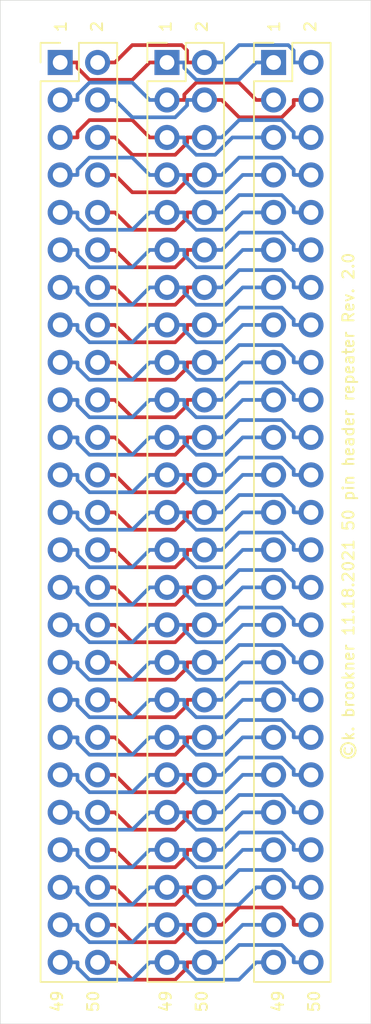
<source format=kicad_pcb>
(kicad_pcb (version 20171130) (host pcbnew "(5.1.10-1-10_14)")

  (general
    (thickness 1.6002)
    (drawings 11)
    (tracks 601)
    (zones 0)
    (modules 3)
    (nets 51)
  )

  (page USLetter)
  (title_block
    (rev 1)
  )

  (layers
    (0 Front signal)
    (31 Back signal)
    (34 B.Paste user)
    (35 F.Paste user)
    (36 B.SilkS user)
    (37 F.SilkS user)
    (38 B.Mask user)
    (39 F.Mask user)
    (44 Edge.Cuts user)
    (45 Margin user)
    (46 B.CrtYd user)
    (47 F.CrtYd user)
    (49 F.Fab user hide)
  )

  (setup
    (last_trace_width 0.25)
    (user_trace_width 0.254)
    (user_trace_width 0.508)
    (user_trace_width 0.762)
    (trace_clearance 0.2)
    (zone_clearance 0.508)
    (zone_45_only no)
    (trace_min 0.1524)
    (via_size 0.8)
    (via_drill 0.4)
    (via_min_size 0.508)
    (via_min_drill 0.254)
    (user_via 0.6858 0.3302)
    (user_via 0.889 0.381)
    (uvia_size 0.6858)
    (uvia_drill 0.254)
    (uvias_allowed no)
    (uvia_min_size 0)
    (uvia_min_drill 0)
    (edge_width 0.0381)
    (segment_width 0.254)
    (pcb_text_width 0.3048)
    (pcb_text_size 1.524 1.524)
    (mod_edge_width 0.127)
    (mod_text_size 0.762 0.762)
    (mod_text_width 0.127)
    (pad_size 1.524 1.524)
    (pad_drill 0.762)
    (pad_to_mask_clearance 0.0508)
    (aux_axis_origin 0 0)
    (visible_elements FFFFFF7F)
    (pcbplotparams
      (layerselection 0x010fc_ffffffff)
      (usegerberextensions false)
      (usegerberattributes false)
      (usegerberadvancedattributes false)
      (creategerberjobfile false)
      (excludeedgelayer true)
      (linewidth 0.152400)
      (plotframeref false)
      (viasonmask false)
      (mode 1)
      (useauxorigin false)
      (hpglpennumber 1)
      (hpglpenspeed 20)
      (hpglpendiameter 15.000000)
      (psnegative false)
      (psa4output false)
      (plotreference true)
      (plotvalue false)
      (plotinvisibletext false)
      (padsonsilk false)
      (subtractmaskfromsilk true)
      (outputformat 1)
      (mirror false)
      (drillshape 0)
      (scaleselection 1)
      (outputdirectory "./gerbers"))
  )

  (net 0 "")
  (net 1 /~BA22)
  (net 2 /P49)
  (net 3 /~BA20)
  (net 4 /~BA21)
  (net 5 /~BA18)
  (net 6 /~BA19)
  (net 7 /~BA16)
  (net 8 /~BA17)
  (net 9 /~BA14)
  (net 10 /~BA15)
  (net 11 /~BA12)
  (net 12 /~BA13)
  (net 13 /~BA10)
  (net 14 /~BA11)
  (net 15 /~BA8)
  (net 16 /~BA9)
  (net 17 /~BA6)
  (net 18 /~BA7)
  (net 19 /~BA4)
  (net 20 /~BA5)
  (net 21 /~BA2)
  (net 22 /~BA3)
  (net 23 /~BA1)
  (net 24 /~BDTACK)
  (net 25 /BR-~W)
  (net 26 /~BLDS)
  (net 27 /~BUDS)
  (net 28 /~BAS)
  (net 29 /P17)
  (net 30 /~BD14)
  (net 31 /~BD15)
  (net 32 /~BD12)
  (net 33 /~BD13)
  (net 34 /~BD10)
  (net 35 /~BD11)
  (net 36 /~BD8)
  (net 37 /~BD9)
  (net 38 /~BD6)
  (net 39 /~BD7)
  (net 40 /~BD4)
  (net 41 /~BD5)
  (net 42 /~BD2)
  (net 43 /~BD3)
  (net 44 /~BD0)
  (net 45 /~BD1)
  (net 46 /pin27)
  (net 47 /pin26)
  (net 48 /pin23)
  (net 49 /pin19)
  (net 50 /pin18)

  (net_class Default "This is the default net class."
    (clearance 0.2)
    (trace_width 0.25)
    (via_dia 0.8)
    (via_drill 0.4)
    (uvia_dia 0.6858)
    (uvia_drill 0.254)
    (diff_pair_width 0.1524)
    (diff_pair_gap 0.1524)
    (add_net /BR-~W)
    (add_net /P17)
    (add_net /P49)
    (add_net /pin18)
    (add_net /pin19)
    (add_net /pin23)
    (add_net /pin26)
    (add_net /pin27)
    (add_net /~BA1)
    (add_net /~BA10)
    (add_net /~BA11)
    (add_net /~BA12)
    (add_net /~BA13)
    (add_net /~BA14)
    (add_net /~BA15)
    (add_net /~BA16)
    (add_net /~BA17)
    (add_net /~BA18)
    (add_net /~BA19)
    (add_net /~BA2)
    (add_net /~BA20)
    (add_net /~BA21)
    (add_net /~BA22)
    (add_net /~BA3)
    (add_net /~BA4)
    (add_net /~BA5)
    (add_net /~BA6)
    (add_net /~BA7)
    (add_net /~BA8)
    (add_net /~BA9)
    (add_net /~BAS)
    (add_net /~BD0)
    (add_net /~BD1)
    (add_net /~BD10)
    (add_net /~BD11)
    (add_net /~BD12)
    (add_net /~BD13)
    (add_net /~BD14)
    (add_net /~BD15)
    (add_net /~BD2)
    (add_net /~BD3)
    (add_net /~BD4)
    (add_net /~BD5)
    (add_net /~BD6)
    (add_net /~BD7)
    (add_net /~BD8)
    (add_net /~BD9)
    (add_net /~BDTACK)
    (add_net /~BLDS)
    (add_net /~BUDS)
  )

  (net_class Power ""
    (clearance 0.3)
    (trace_width 0.3)
    (via_dia 1)
    (via_drill 0.6)
    (uvia_dia 0.6858)
    (uvia_drill 0.254)
    (diff_pair_width 0.1524)
    (diff_pair_gap 0.1524)
  )

  (module Connector_PinHeader_2.54mm:PinHeader_2x25_P2.54mm_Vertical (layer Front) (tedit 59FED5CC) (tstamp 5F72E913)
    (at 128.778 77.8726)
    (descr "Through hole straight pin header, 2x25, 2.54mm pitch, double rows")
    (tags "Through hole pin header THT 2x25 2.54mm double row")
    (path /5FBDAF71)
    (fp_text reference J1 (at 1.27 -2.33) (layer F.SilkS) hide
      (effects (font (size 1 1) (thickness 0.15)))
    )
    (fp_text value Conn_02x25_Odd_Even (at 1.27 63.29) (layer F.Fab)
      (effects (font (size 1 1) (thickness 0.15)))
    )
    (fp_line (start 0 -1.27) (end 3.81 -1.27) (layer F.Fab) (width 0.1))
    (fp_line (start 3.81 -1.27) (end 3.81 62.23) (layer F.Fab) (width 0.1))
    (fp_line (start 3.81 62.23) (end -1.27 62.23) (layer F.Fab) (width 0.1))
    (fp_line (start -1.27 62.23) (end -1.27 0) (layer F.Fab) (width 0.1))
    (fp_line (start -1.27 0) (end 0 -1.27) (layer F.Fab) (width 0.1))
    (fp_line (start -1.33 62.29) (end 3.87 62.29) (layer F.SilkS) (width 0.12))
    (fp_line (start -1.33 1.27) (end -1.33 62.29) (layer F.SilkS) (width 0.12))
    (fp_line (start 3.87 -1.33) (end 3.87 62.29) (layer F.SilkS) (width 0.12))
    (fp_line (start -1.33 1.27) (end 1.27 1.27) (layer F.SilkS) (width 0.12))
    (fp_line (start 1.27 1.27) (end 1.27 -1.33) (layer F.SilkS) (width 0.12))
    (fp_line (start 1.27 -1.33) (end 3.87 -1.33) (layer F.SilkS) (width 0.12))
    (fp_line (start -1.33 0) (end -1.33 -1.33) (layer F.SilkS) (width 0.12))
    (fp_line (start -1.33 -1.33) (end 0 -1.33) (layer F.SilkS) (width 0.12))
    (fp_line (start -1.8 -1.8) (end -1.8 62.75) (layer F.CrtYd) (width 0.05))
    (fp_line (start -1.8 62.75) (end 4.35 62.75) (layer F.CrtYd) (width 0.05))
    (fp_line (start 4.35 62.75) (end 4.35 -1.8) (layer F.CrtYd) (width 0.05))
    (fp_line (start 4.35 -1.8) (end -1.8 -1.8) (layer F.CrtYd) (width 0.05))
    (fp_text user %R (at 1.27 30.48 90) (layer F.Fab)
      (effects (font (size 1 1) (thickness 0.15)))
    )
    (pad 50 thru_hole oval (at 2.54 60.96) (size 1.7 1.7) (drill 1) (layers *.Cu *.Mask)
      (net 1 /~BA22))
    (pad 49 thru_hole oval (at 0 60.96) (size 1.7 1.7) (drill 1) (layers *.Cu *.Mask)
      (net 2 /P49))
    (pad 48 thru_hole oval (at 2.54 58.42) (size 1.7 1.7) (drill 1) (layers *.Cu *.Mask)
      (net 3 /~BA20))
    (pad 47 thru_hole oval (at 0 58.42) (size 1.7 1.7) (drill 1) (layers *.Cu *.Mask)
      (net 4 /~BA21))
    (pad 46 thru_hole oval (at 2.54 55.88) (size 1.7 1.7) (drill 1) (layers *.Cu *.Mask)
      (net 5 /~BA18))
    (pad 45 thru_hole oval (at 0 55.88) (size 1.7 1.7) (drill 1) (layers *.Cu *.Mask)
      (net 6 /~BA19))
    (pad 44 thru_hole oval (at 2.54 53.34) (size 1.7 1.7) (drill 1) (layers *.Cu *.Mask)
      (net 7 /~BA16))
    (pad 43 thru_hole oval (at 0 53.34) (size 1.7 1.7) (drill 1) (layers *.Cu *.Mask)
      (net 8 /~BA17))
    (pad 42 thru_hole oval (at 2.54 50.8) (size 1.7 1.7) (drill 1) (layers *.Cu *.Mask)
      (net 9 /~BA14))
    (pad 41 thru_hole oval (at 0 50.8) (size 1.7 1.7) (drill 1) (layers *.Cu *.Mask)
      (net 10 /~BA15))
    (pad 40 thru_hole oval (at 2.54 48.26) (size 1.7 1.7) (drill 1) (layers *.Cu *.Mask)
      (net 11 /~BA12))
    (pad 39 thru_hole oval (at 0 48.26) (size 1.7 1.7) (drill 1) (layers *.Cu *.Mask)
      (net 12 /~BA13))
    (pad 38 thru_hole oval (at 2.54 45.72) (size 1.7 1.7) (drill 1) (layers *.Cu *.Mask)
      (net 13 /~BA10))
    (pad 37 thru_hole oval (at 0 45.72) (size 1.7 1.7) (drill 1) (layers *.Cu *.Mask)
      (net 14 /~BA11))
    (pad 36 thru_hole oval (at 2.54 43.18) (size 1.7 1.7) (drill 1) (layers *.Cu *.Mask)
      (net 15 /~BA8))
    (pad 35 thru_hole oval (at 0 43.18) (size 1.7 1.7) (drill 1) (layers *.Cu *.Mask)
      (net 16 /~BA9))
    (pad 34 thru_hole oval (at 2.54 40.64) (size 1.7 1.7) (drill 1) (layers *.Cu *.Mask)
      (net 17 /~BA6))
    (pad 33 thru_hole oval (at 0 40.64) (size 1.7 1.7) (drill 1) (layers *.Cu *.Mask)
      (net 18 /~BA7))
    (pad 32 thru_hole oval (at 2.54 38.1) (size 1.7 1.7) (drill 1) (layers *.Cu *.Mask)
      (net 19 /~BA4))
    (pad 31 thru_hole oval (at 0 38.1) (size 1.7 1.7) (drill 1) (layers *.Cu *.Mask)
      (net 20 /~BA5))
    (pad 30 thru_hole oval (at 2.54 35.56) (size 1.7 1.7) (drill 1) (layers *.Cu *.Mask)
      (net 21 /~BA2))
    (pad 29 thru_hole oval (at 0 35.56) (size 1.7 1.7) (drill 1) (layers *.Cu *.Mask)
      (net 22 /~BA3))
    (pad 28 thru_hole oval (at 2.54 33.02) (size 1.7 1.7) (drill 1) (layers *.Cu *.Mask)
      (net 23 /~BA1))
    (pad 27 thru_hole oval (at 0 33.02) (size 1.7 1.7) (drill 1) (layers *.Cu *.Mask)
      (net 46 /pin27))
    (pad 26 thru_hole oval (at 2.54 30.48) (size 1.7 1.7) (drill 1) (layers *.Cu *.Mask)
      (net 47 /pin26))
    (pad 25 thru_hole oval (at 0 30.48) (size 1.7 1.7) (drill 1) (layers *.Cu *.Mask)
      (net 24 /~BDTACK))
    (pad 24 thru_hole oval (at 2.54 27.94) (size 1.7 1.7) (drill 1) (layers *.Cu *.Mask)
      (net 25 /BR-~W))
    (pad 23 thru_hole oval (at 0 27.94) (size 1.7 1.7) (drill 1) (layers *.Cu *.Mask)
      (net 48 /pin23))
    (pad 22 thru_hole oval (at 2.54 25.4) (size 1.7 1.7) (drill 1) (layers *.Cu *.Mask)
      (net 26 /~BLDS))
    (pad 21 thru_hole oval (at 0 25.4) (size 1.7 1.7) (drill 1) (layers *.Cu *.Mask)
      (net 27 /~BUDS))
    (pad 20 thru_hole oval (at 2.54 22.86) (size 1.7 1.7) (drill 1) (layers *.Cu *.Mask)
      (net 28 /~BAS))
    (pad 19 thru_hole oval (at 0 22.86) (size 1.7 1.7) (drill 1) (layers *.Cu *.Mask)
      (net 49 /pin19))
    (pad 18 thru_hole oval (at 2.54 20.32) (size 1.7 1.7) (drill 1) (layers *.Cu *.Mask)
      (net 50 /pin18))
    (pad 17 thru_hole oval (at 0 20.32) (size 1.7 1.7) (drill 1) (layers *.Cu *.Mask)
      (net 29 /P17))
    (pad 16 thru_hole oval (at 2.54 17.78) (size 1.7 1.7) (drill 1) (layers *.Cu *.Mask)
      (net 30 /~BD14))
    (pad 15 thru_hole oval (at 0 17.78) (size 1.7 1.7) (drill 1) (layers *.Cu *.Mask)
      (net 31 /~BD15))
    (pad 14 thru_hole oval (at 2.54 15.24) (size 1.7 1.7) (drill 1) (layers *.Cu *.Mask)
      (net 32 /~BD12))
    (pad 13 thru_hole oval (at 0 15.24) (size 1.7 1.7) (drill 1) (layers *.Cu *.Mask)
      (net 33 /~BD13))
    (pad 12 thru_hole oval (at 2.54 12.7) (size 1.7 1.7) (drill 1) (layers *.Cu *.Mask)
      (net 34 /~BD10))
    (pad 11 thru_hole oval (at 0 12.7) (size 1.7 1.7) (drill 1) (layers *.Cu *.Mask)
      (net 35 /~BD11))
    (pad 10 thru_hole oval (at 2.54 10.16) (size 1.7 1.7) (drill 1) (layers *.Cu *.Mask)
      (net 36 /~BD8))
    (pad 9 thru_hole oval (at 0 10.16) (size 1.7 1.7) (drill 1) (layers *.Cu *.Mask)
      (net 37 /~BD9))
    (pad 8 thru_hole oval (at 2.54 7.62) (size 1.7 1.7) (drill 1) (layers *.Cu *.Mask)
      (net 38 /~BD6))
    (pad 7 thru_hole oval (at 0 7.62) (size 1.7 1.7) (drill 1) (layers *.Cu *.Mask)
      (net 39 /~BD7))
    (pad 6 thru_hole oval (at 2.54 5.08) (size 1.7 1.7) (drill 1) (layers *.Cu *.Mask)
      (net 40 /~BD4))
    (pad 5 thru_hole oval (at 0 5.08) (size 1.7 1.7) (drill 1) (layers *.Cu *.Mask)
      (net 41 /~BD5))
    (pad 4 thru_hole oval (at 2.54 2.54) (size 1.7 1.7) (drill 1) (layers *.Cu *.Mask)
      (net 42 /~BD2))
    (pad 3 thru_hole oval (at 0 2.54) (size 1.7 1.7) (drill 1) (layers *.Cu *.Mask)
      (net 43 /~BD3))
    (pad 2 thru_hole oval (at 2.54 0) (size 1.7 1.7) (drill 1) (layers *.Cu *.Mask)
      (net 44 /~BD0))
    (pad 1 thru_hole rect (at 0 0) (size 1.7 1.7) (drill 1) (layers *.Cu *.Mask)
      (net 45 /~BD1))
    (model ${KISYS3DMOD}/Connector_PinHeader_2.54mm.3dshapes/PinHeader_2x25_P2.54mm_Vertical.wrl
      (at (xyz 0 0 0))
      (scale (xyz 1 1 1))
      (rotate (xyz 0 0 0))
    )
  )

  (module Connector_PinHeader_2.54mm:PinHeader_2x25_P2.54mm_Vertical (layer Front) (tedit 59FED5CC) (tstamp 5F72E95B)
    (at 136.025 77.8726)
    (descr "Through hole straight pin header, 2x25, 2.54mm pitch, double rows")
    (tags "Through hole pin header THT 2x25 2.54mm double row")
    (path /5FC036BD)
    (fp_text reference J2 (at 1.27 -2.33) (layer F.SilkS) hide
      (effects (font (size 1 1) (thickness 0.15)))
    )
    (fp_text value Conn_02x25_Odd_Even (at 1.27 63.29) (layer F.Fab)
      (effects (font (size 1 1) (thickness 0.15)))
    )
    (fp_line (start 4.35 -1.8) (end -1.8 -1.8) (layer F.CrtYd) (width 0.05))
    (fp_line (start 4.35 62.75) (end 4.35 -1.8) (layer F.CrtYd) (width 0.05))
    (fp_line (start -1.8 62.75) (end 4.35 62.75) (layer F.CrtYd) (width 0.05))
    (fp_line (start -1.8 -1.8) (end -1.8 62.75) (layer F.CrtYd) (width 0.05))
    (fp_line (start -1.33 -1.33) (end 0 -1.33) (layer F.SilkS) (width 0.12))
    (fp_line (start -1.33 0) (end -1.33 -1.33) (layer F.SilkS) (width 0.12))
    (fp_line (start 1.27 -1.33) (end 3.87 -1.33) (layer F.SilkS) (width 0.12))
    (fp_line (start 1.27 1.27) (end 1.27 -1.33) (layer F.SilkS) (width 0.12))
    (fp_line (start -1.33 1.27) (end 1.27 1.27) (layer F.SilkS) (width 0.12))
    (fp_line (start 3.87 -1.33) (end 3.87 62.29) (layer F.SilkS) (width 0.12))
    (fp_line (start -1.33 1.27) (end -1.33 62.29) (layer F.SilkS) (width 0.12))
    (fp_line (start -1.33 62.29) (end 3.87 62.29) (layer F.SilkS) (width 0.12))
    (fp_line (start -1.27 0) (end 0 -1.27) (layer F.Fab) (width 0.1))
    (fp_line (start -1.27 62.23) (end -1.27 0) (layer F.Fab) (width 0.1))
    (fp_line (start 3.81 62.23) (end -1.27 62.23) (layer F.Fab) (width 0.1))
    (fp_line (start 3.81 -1.27) (end 3.81 62.23) (layer F.Fab) (width 0.1))
    (fp_line (start 0 -1.27) (end 3.81 -1.27) (layer F.Fab) (width 0.1))
    (fp_text user %R (at 1.27 30.48 90) (layer F.Fab)
      (effects (font (size 1 1) (thickness 0.15)))
    )
    (pad 1 thru_hole rect (at 0 0) (size 1.7 1.7) (drill 1) (layers *.Cu *.Mask)
      (net 45 /~BD1))
    (pad 2 thru_hole oval (at 2.54 0) (size 1.7 1.7) (drill 1) (layers *.Cu *.Mask)
      (net 44 /~BD0))
    (pad 3 thru_hole oval (at 0 2.54) (size 1.7 1.7) (drill 1) (layers *.Cu *.Mask)
      (net 43 /~BD3))
    (pad 4 thru_hole oval (at 2.54 2.54) (size 1.7 1.7) (drill 1) (layers *.Cu *.Mask)
      (net 42 /~BD2))
    (pad 5 thru_hole oval (at 0 5.08) (size 1.7 1.7) (drill 1) (layers *.Cu *.Mask)
      (net 41 /~BD5))
    (pad 6 thru_hole oval (at 2.54 5.08) (size 1.7 1.7) (drill 1) (layers *.Cu *.Mask)
      (net 40 /~BD4))
    (pad 7 thru_hole oval (at 0 7.62) (size 1.7 1.7) (drill 1) (layers *.Cu *.Mask)
      (net 39 /~BD7))
    (pad 8 thru_hole oval (at 2.54 7.62) (size 1.7 1.7) (drill 1) (layers *.Cu *.Mask)
      (net 38 /~BD6))
    (pad 9 thru_hole oval (at 0 10.16) (size 1.7 1.7) (drill 1) (layers *.Cu *.Mask)
      (net 37 /~BD9))
    (pad 10 thru_hole oval (at 2.54 10.16) (size 1.7 1.7) (drill 1) (layers *.Cu *.Mask)
      (net 36 /~BD8))
    (pad 11 thru_hole oval (at 0 12.7) (size 1.7 1.7) (drill 1) (layers *.Cu *.Mask)
      (net 35 /~BD11))
    (pad 12 thru_hole oval (at 2.54 12.7) (size 1.7 1.7) (drill 1) (layers *.Cu *.Mask)
      (net 34 /~BD10))
    (pad 13 thru_hole oval (at 0 15.24) (size 1.7 1.7) (drill 1) (layers *.Cu *.Mask)
      (net 33 /~BD13))
    (pad 14 thru_hole oval (at 2.54 15.24) (size 1.7 1.7) (drill 1) (layers *.Cu *.Mask)
      (net 32 /~BD12))
    (pad 15 thru_hole oval (at 0 17.78) (size 1.7 1.7) (drill 1) (layers *.Cu *.Mask)
      (net 31 /~BD15))
    (pad 16 thru_hole oval (at 2.54 17.78) (size 1.7 1.7) (drill 1) (layers *.Cu *.Mask)
      (net 30 /~BD14))
    (pad 17 thru_hole oval (at 0 20.32) (size 1.7 1.7) (drill 1) (layers *.Cu *.Mask)
      (net 29 /P17))
    (pad 18 thru_hole oval (at 2.54 20.32) (size 1.7 1.7) (drill 1) (layers *.Cu *.Mask)
      (net 50 /pin18))
    (pad 19 thru_hole oval (at 0 22.86) (size 1.7 1.7) (drill 1) (layers *.Cu *.Mask)
      (net 49 /pin19))
    (pad 20 thru_hole oval (at 2.54 22.86) (size 1.7 1.7) (drill 1) (layers *.Cu *.Mask)
      (net 28 /~BAS))
    (pad 21 thru_hole oval (at 0 25.4) (size 1.7 1.7) (drill 1) (layers *.Cu *.Mask)
      (net 27 /~BUDS))
    (pad 22 thru_hole oval (at 2.54 25.4) (size 1.7 1.7) (drill 1) (layers *.Cu *.Mask)
      (net 26 /~BLDS))
    (pad 23 thru_hole oval (at 0 27.94) (size 1.7 1.7) (drill 1) (layers *.Cu *.Mask)
      (net 48 /pin23))
    (pad 24 thru_hole oval (at 2.54 27.94) (size 1.7 1.7) (drill 1) (layers *.Cu *.Mask)
      (net 25 /BR-~W))
    (pad 25 thru_hole oval (at 0 30.48) (size 1.7 1.7) (drill 1) (layers *.Cu *.Mask)
      (net 24 /~BDTACK))
    (pad 26 thru_hole oval (at 2.54 30.48) (size 1.7 1.7) (drill 1) (layers *.Cu *.Mask)
      (net 47 /pin26))
    (pad 27 thru_hole oval (at 0 33.02) (size 1.7 1.7) (drill 1) (layers *.Cu *.Mask)
      (net 46 /pin27))
    (pad 28 thru_hole oval (at 2.54 33.02) (size 1.7 1.7) (drill 1) (layers *.Cu *.Mask)
      (net 23 /~BA1))
    (pad 29 thru_hole oval (at 0 35.56) (size 1.7 1.7) (drill 1) (layers *.Cu *.Mask)
      (net 22 /~BA3))
    (pad 30 thru_hole oval (at 2.54 35.56) (size 1.7 1.7) (drill 1) (layers *.Cu *.Mask)
      (net 21 /~BA2))
    (pad 31 thru_hole oval (at 0 38.1) (size 1.7 1.7) (drill 1) (layers *.Cu *.Mask)
      (net 20 /~BA5))
    (pad 32 thru_hole oval (at 2.54 38.1) (size 1.7 1.7) (drill 1) (layers *.Cu *.Mask)
      (net 19 /~BA4))
    (pad 33 thru_hole oval (at 0 40.64) (size 1.7 1.7) (drill 1) (layers *.Cu *.Mask)
      (net 18 /~BA7))
    (pad 34 thru_hole oval (at 2.54 40.64) (size 1.7 1.7) (drill 1) (layers *.Cu *.Mask)
      (net 17 /~BA6))
    (pad 35 thru_hole oval (at 0 43.18) (size 1.7 1.7) (drill 1) (layers *.Cu *.Mask)
      (net 16 /~BA9))
    (pad 36 thru_hole oval (at 2.54 43.18) (size 1.7 1.7) (drill 1) (layers *.Cu *.Mask)
      (net 15 /~BA8))
    (pad 37 thru_hole oval (at 0 45.72) (size 1.7 1.7) (drill 1) (layers *.Cu *.Mask)
      (net 14 /~BA11))
    (pad 38 thru_hole oval (at 2.54 45.72) (size 1.7 1.7) (drill 1) (layers *.Cu *.Mask)
      (net 13 /~BA10))
    (pad 39 thru_hole oval (at 0 48.26) (size 1.7 1.7) (drill 1) (layers *.Cu *.Mask)
      (net 12 /~BA13))
    (pad 40 thru_hole oval (at 2.54 48.26) (size 1.7 1.7) (drill 1) (layers *.Cu *.Mask)
      (net 11 /~BA12))
    (pad 41 thru_hole oval (at 0 50.8) (size 1.7 1.7) (drill 1) (layers *.Cu *.Mask)
      (net 10 /~BA15))
    (pad 42 thru_hole oval (at 2.54 50.8) (size 1.7 1.7) (drill 1) (layers *.Cu *.Mask)
      (net 9 /~BA14))
    (pad 43 thru_hole oval (at 0 53.34) (size 1.7 1.7) (drill 1) (layers *.Cu *.Mask)
      (net 8 /~BA17))
    (pad 44 thru_hole oval (at 2.54 53.34) (size 1.7 1.7) (drill 1) (layers *.Cu *.Mask)
      (net 7 /~BA16))
    (pad 45 thru_hole oval (at 0 55.88) (size 1.7 1.7) (drill 1) (layers *.Cu *.Mask)
      (net 6 /~BA19))
    (pad 46 thru_hole oval (at 2.54 55.88) (size 1.7 1.7) (drill 1) (layers *.Cu *.Mask)
      (net 5 /~BA18))
    (pad 47 thru_hole oval (at 0 58.42) (size 1.7 1.7) (drill 1) (layers *.Cu *.Mask)
      (net 4 /~BA21))
    (pad 48 thru_hole oval (at 2.54 58.42) (size 1.7 1.7) (drill 1) (layers *.Cu *.Mask)
      (net 3 /~BA20))
    (pad 49 thru_hole oval (at 0 60.96) (size 1.7 1.7) (drill 1) (layers *.Cu *.Mask)
      (net 2 /P49))
    (pad 50 thru_hole oval (at 2.54 60.96) (size 1.7 1.7) (drill 1) (layers *.Cu *.Mask)
      (net 1 /~BA22))
    (model ${KISYS3DMOD}/Connector_PinHeader_2.54mm.3dshapes/PinHeader_2x25_P2.54mm_Vertical.wrl
      (at (xyz 0 0 0))
      (scale (xyz 1 1 1))
      (rotate (xyz 0 0 0))
    )
  )

  (module Connector_PinHeader_2.54mm:PinHeader_2x25_P2.54mm_Vertical (layer Front) (tedit 59FED5CC) (tstamp 5F72E9A3)
    (at 143.256 77.8726)
    (descr "Through hole straight pin header, 2x25, 2.54mm pitch, double rows")
    (tags "Through hole pin header THT 2x25 2.54mm double row")
    (path /5F993B68)
    (fp_text reference J3 (at 1.27 -2.33) (layer F.SilkS) hide
      (effects (font (size 1 1) (thickness 0.15)))
    )
    (fp_text value Conn_02x25_Odd_Even (at 1.27 63.29) (layer F.Fab)
      (effects (font (size 1 1) (thickness 0.15)))
    )
    (fp_line (start 4.35 -1.8) (end -1.8 -1.8) (layer F.CrtYd) (width 0.05))
    (fp_line (start 4.35 62.75) (end 4.35 -1.8) (layer F.CrtYd) (width 0.05))
    (fp_line (start -1.8 62.75) (end 4.35 62.75) (layer F.CrtYd) (width 0.05))
    (fp_line (start -1.8 -1.8) (end -1.8 62.75) (layer F.CrtYd) (width 0.05))
    (fp_line (start -1.33 -1.33) (end 0 -1.33) (layer F.SilkS) (width 0.12))
    (fp_line (start -1.33 0) (end -1.33 -1.33) (layer F.SilkS) (width 0.12))
    (fp_line (start 1.27 -1.33) (end 3.87 -1.33) (layer F.SilkS) (width 0.12))
    (fp_line (start 1.27 1.27) (end 1.27 -1.33) (layer F.SilkS) (width 0.12))
    (fp_line (start -1.33 1.27) (end 1.27 1.27) (layer F.SilkS) (width 0.12))
    (fp_line (start 3.87 -1.33) (end 3.87 62.29) (layer F.SilkS) (width 0.12))
    (fp_line (start -1.33 1.27) (end -1.33 62.29) (layer F.SilkS) (width 0.12))
    (fp_line (start -1.33 62.29) (end 3.87 62.29) (layer F.SilkS) (width 0.12))
    (fp_line (start -1.27 0) (end 0 -1.27) (layer F.Fab) (width 0.1))
    (fp_line (start -1.27 62.23) (end -1.27 0) (layer F.Fab) (width 0.1))
    (fp_line (start 3.81 62.23) (end -1.27 62.23) (layer F.Fab) (width 0.1))
    (fp_line (start 3.81 -1.27) (end 3.81 62.23) (layer F.Fab) (width 0.1))
    (fp_line (start 0 -1.27) (end 3.81 -1.27) (layer F.Fab) (width 0.1))
    (fp_text user %R (at 1.27 30.48 90) (layer F.Fab)
      (effects (font (size 1 1) (thickness 0.15)))
    )
    (pad 1 thru_hole rect (at 0 0) (size 1.7 1.7) (drill 1) (layers *.Cu *.Mask)
      (net 45 /~BD1))
    (pad 2 thru_hole oval (at 2.54 0) (size 1.7 1.7) (drill 1) (layers *.Cu *.Mask)
      (net 44 /~BD0))
    (pad 3 thru_hole oval (at 0 2.54) (size 1.7 1.7) (drill 1) (layers *.Cu *.Mask)
      (net 43 /~BD3))
    (pad 4 thru_hole oval (at 2.54 2.54) (size 1.7 1.7) (drill 1) (layers *.Cu *.Mask)
      (net 42 /~BD2))
    (pad 5 thru_hole oval (at 0 5.08) (size 1.7 1.7) (drill 1) (layers *.Cu *.Mask)
      (net 41 /~BD5))
    (pad 6 thru_hole oval (at 2.54 5.08) (size 1.7 1.7) (drill 1) (layers *.Cu *.Mask)
      (net 40 /~BD4))
    (pad 7 thru_hole oval (at 0 7.62) (size 1.7 1.7) (drill 1) (layers *.Cu *.Mask)
      (net 39 /~BD7))
    (pad 8 thru_hole oval (at 2.54 7.62) (size 1.7 1.7) (drill 1) (layers *.Cu *.Mask)
      (net 38 /~BD6))
    (pad 9 thru_hole oval (at 0 10.16) (size 1.7 1.7) (drill 1) (layers *.Cu *.Mask)
      (net 37 /~BD9))
    (pad 10 thru_hole oval (at 2.54 10.16) (size 1.7 1.7) (drill 1) (layers *.Cu *.Mask)
      (net 36 /~BD8))
    (pad 11 thru_hole oval (at 0 12.7) (size 1.7 1.7) (drill 1) (layers *.Cu *.Mask)
      (net 35 /~BD11))
    (pad 12 thru_hole oval (at 2.54 12.7) (size 1.7 1.7) (drill 1) (layers *.Cu *.Mask)
      (net 34 /~BD10))
    (pad 13 thru_hole oval (at 0 15.24) (size 1.7 1.7) (drill 1) (layers *.Cu *.Mask)
      (net 33 /~BD13))
    (pad 14 thru_hole oval (at 2.54 15.24) (size 1.7 1.7) (drill 1) (layers *.Cu *.Mask)
      (net 32 /~BD12))
    (pad 15 thru_hole oval (at 0 17.78) (size 1.7 1.7) (drill 1) (layers *.Cu *.Mask)
      (net 31 /~BD15))
    (pad 16 thru_hole oval (at 2.54 17.78) (size 1.7 1.7) (drill 1) (layers *.Cu *.Mask)
      (net 30 /~BD14))
    (pad 17 thru_hole oval (at 0 20.32) (size 1.7 1.7) (drill 1) (layers *.Cu *.Mask)
      (net 29 /P17))
    (pad 18 thru_hole oval (at 2.54 20.32) (size 1.7 1.7) (drill 1) (layers *.Cu *.Mask)
      (net 50 /pin18))
    (pad 19 thru_hole oval (at 0 22.86) (size 1.7 1.7) (drill 1) (layers *.Cu *.Mask)
      (net 49 /pin19))
    (pad 20 thru_hole oval (at 2.54 22.86) (size 1.7 1.7) (drill 1) (layers *.Cu *.Mask)
      (net 28 /~BAS))
    (pad 21 thru_hole oval (at 0 25.4) (size 1.7 1.7) (drill 1) (layers *.Cu *.Mask)
      (net 27 /~BUDS))
    (pad 22 thru_hole oval (at 2.54 25.4) (size 1.7 1.7) (drill 1) (layers *.Cu *.Mask)
      (net 26 /~BLDS))
    (pad 23 thru_hole oval (at 0 27.94) (size 1.7 1.7) (drill 1) (layers *.Cu *.Mask)
      (net 48 /pin23))
    (pad 24 thru_hole oval (at 2.54 27.94) (size 1.7 1.7) (drill 1) (layers *.Cu *.Mask)
      (net 25 /BR-~W))
    (pad 25 thru_hole oval (at 0 30.48) (size 1.7 1.7) (drill 1) (layers *.Cu *.Mask)
      (net 24 /~BDTACK))
    (pad 26 thru_hole oval (at 2.54 30.48) (size 1.7 1.7) (drill 1) (layers *.Cu *.Mask)
      (net 47 /pin26))
    (pad 27 thru_hole oval (at 0 33.02) (size 1.7 1.7) (drill 1) (layers *.Cu *.Mask)
      (net 46 /pin27))
    (pad 28 thru_hole oval (at 2.54 33.02) (size 1.7 1.7) (drill 1) (layers *.Cu *.Mask)
      (net 23 /~BA1))
    (pad 29 thru_hole oval (at 0 35.56) (size 1.7 1.7) (drill 1) (layers *.Cu *.Mask)
      (net 22 /~BA3))
    (pad 30 thru_hole oval (at 2.54 35.56) (size 1.7 1.7) (drill 1) (layers *.Cu *.Mask)
      (net 21 /~BA2))
    (pad 31 thru_hole oval (at 0 38.1) (size 1.7 1.7) (drill 1) (layers *.Cu *.Mask)
      (net 20 /~BA5))
    (pad 32 thru_hole oval (at 2.54 38.1) (size 1.7 1.7) (drill 1) (layers *.Cu *.Mask)
      (net 19 /~BA4))
    (pad 33 thru_hole oval (at 0 40.64) (size 1.7 1.7) (drill 1) (layers *.Cu *.Mask)
      (net 18 /~BA7))
    (pad 34 thru_hole oval (at 2.54 40.64) (size 1.7 1.7) (drill 1) (layers *.Cu *.Mask)
      (net 17 /~BA6))
    (pad 35 thru_hole oval (at 0 43.18) (size 1.7 1.7) (drill 1) (layers *.Cu *.Mask)
      (net 16 /~BA9))
    (pad 36 thru_hole oval (at 2.54 43.18) (size 1.7 1.7) (drill 1) (layers *.Cu *.Mask)
      (net 15 /~BA8))
    (pad 37 thru_hole oval (at 0 45.72) (size 1.7 1.7) (drill 1) (layers *.Cu *.Mask)
      (net 14 /~BA11))
    (pad 38 thru_hole oval (at 2.54 45.72) (size 1.7 1.7) (drill 1) (layers *.Cu *.Mask)
      (net 13 /~BA10))
    (pad 39 thru_hole oval (at 0 48.26) (size 1.7 1.7) (drill 1) (layers *.Cu *.Mask)
      (net 12 /~BA13))
    (pad 40 thru_hole oval (at 2.54 48.26) (size 1.7 1.7) (drill 1) (layers *.Cu *.Mask)
      (net 11 /~BA12))
    (pad 41 thru_hole oval (at 0 50.8) (size 1.7 1.7) (drill 1) (layers *.Cu *.Mask)
      (net 10 /~BA15))
    (pad 42 thru_hole oval (at 2.54 50.8) (size 1.7 1.7) (drill 1) (layers *.Cu *.Mask)
      (net 9 /~BA14))
    (pad 43 thru_hole oval (at 0 53.34) (size 1.7 1.7) (drill 1) (layers *.Cu *.Mask)
      (net 8 /~BA17))
    (pad 44 thru_hole oval (at 2.54 53.34) (size 1.7 1.7) (drill 1) (layers *.Cu *.Mask)
      (net 7 /~BA16))
    (pad 45 thru_hole oval (at 0 55.88) (size 1.7 1.7) (drill 1) (layers *.Cu *.Mask)
      (net 6 /~BA19))
    (pad 46 thru_hole oval (at 2.54 55.88) (size 1.7 1.7) (drill 1) (layers *.Cu *.Mask)
      (net 5 /~BA18))
    (pad 47 thru_hole oval (at 0 58.42) (size 1.7 1.7) (drill 1) (layers *.Cu *.Mask)
      (net 4 /~BA21))
    (pad 48 thru_hole oval (at 2.54 58.42) (size 1.7 1.7) (drill 1) (layers *.Cu *.Mask)
      (net 3 /~BA20))
    (pad 49 thru_hole oval (at 0 60.96) (size 1.7 1.7) (drill 1) (layers *.Cu *.Mask)
      (net 2 /P49))
    (pad 50 thru_hole oval (at 2.54 60.96) (size 1.7 1.7) (drill 1) (layers *.Cu *.Mask)
      (net 1 /~BA22))
    (model ${KISYS3DMOD}/Connector_PinHeader_2.54mm.3dshapes/PinHeader_2x25_P2.54mm_Vertical.wrl
      (at (xyz 0 0 0))
      (scale (xyz 1 1 1))
      (rotate (xyz 0 0 0))
    )
  )

  (gr_text "©k. brookner 11.18.2021 50 pin header repeater Rev. 2.0" (at 148.336 107.95 90) (layer F.SilkS)
    (effects (font (size 0.762 0.762) (thickness 0.127)))
  )
  (gr_text "1\n\n2" (at 130.048 75.438 90) (layer F.SilkS) (tstamp 5F738902)
    (effects (font (size 0.762 0.762) (thickness 0.127)))
  )
  (gr_text "1\n\n2" (at 137.16 75.438 90) (layer F.SilkS) (tstamp 5F738900)
    (effects (font (size 0.762 0.762) (thickness 0.127)))
  )
  (gr_text "1\n\n2" (at 144.526 75.438 90) (layer F.SilkS)
    (effects (font (size 0.762 0.762) (thickness 0.127)))
  )
  (gr_text "49\n\n50" (at 144.78 141.478 90) (layer F.SilkS) (tstamp 5F7386A9)
    (effects (font (size 0.762 0.762) (thickness 0.127)))
  )
  (gr_text "49\n\n50" (at 137.16 141.478 90) (layer F.SilkS) (tstamp 5F7386A7)
    (effects (font (size 0.762 0.762) (thickness 0.127)))
  )
  (gr_text "49\n\n50" (at 129.794 141.478 90) (layer F.SilkS)
    (effects (font (size 0.762 0.762) (thickness 0.127)))
  )
  (gr_line (start 149.86 73.66) (end 124.714 73.66) (layer Edge.Cuts) (width 0.0381))
  (gr_line (start 149.86 143.002) (end 149.86 73.66) (layer Edge.Cuts) (width 0.0381))
  (gr_line (start 124.714 143.002) (end 149.86 143.002) (layer Edge.Cuts) (width 0.0381))
  (gr_line (start 124.714 73.66) (end 124.714 143.002) (layer Edge.Cuts) (width 0.0381))

  (segment (start 131.318 138.8326) (end 132.4933 138.8326) (width 0.25) (layer Front) (net 1))
  (segment (start 138.565 138.8326) (end 137.3897 138.8326) (width 0.25) (layer Front) (net 1))
  (segment (start 137.3897 138.8326) (end 137.3897 139.1999) (width 0.25) (layer Front) (net 1))
  (segment (start 137.3897 139.1999) (end 136.5817 140.0079) (width 0.25) (layer Front) (net 1))
  (segment (start 136.5817 140.0079) (end 133.6686 140.0079) (width 0.25) (layer Front) (net 1))
  (segment (start 133.6686 140.0079) (end 132.4933 138.8326) (width 0.25) (layer Front) (net 1))
  (segment (start 145.796 138.8326) (end 144.6207 138.8326) (width 0.25) (layer Back) (net 1))
  (segment (start 138.565 138.8326) (end 139.7403 138.8326) (width 0.25) (layer Back) (net 1))
  (segment (start 144.6207 138.8326) (end 144.6207 138.4653) (width 0.25) (layer Back) (net 1))
  (segment (start 144.6207 138.4653) (end 143.8127 137.6573) (width 0.25) (layer Back) (net 1))
  (segment (start 143.8127 137.6573) (end 140.9156 137.6573) (width 0.25) (layer Back) (net 1))
  (segment (start 140.9156 137.6573) (end 139.7403 138.8326) (width 0.25) (layer Back) (net 1))
  (segment (start 136.025 138.8326) (end 137.2003 138.8326) (width 0.25) (layer Back) (net 2))
  (segment (start 143.256 138.8326) (end 142.0807 138.8326) (width 0.25) (layer Back) (net 2))
  (segment (start 142.0807 138.8326) (end 140.9054 140.0079) (width 0.25) (layer Back) (net 2))
  (segment (start 140.9054 140.0079) (end 138.0082 140.0079) (width 0.25) (layer Back) (net 2))
  (segment (start 138.0082 140.0079) (end 137.2003 139.2) (width 0.25) (layer Back) (net 2))
  (segment (start 137.2003 139.2) (end 137.2003 138.8326) (width 0.25) (layer Back) (net 2))
  (segment (start 128.778 138.8326) (end 129.9533 138.8326) (width 0.25) (layer Back) (net 2))
  (segment (start 136.025 138.8326) (end 134.8497 138.8326) (width 0.25) (layer Back) (net 2))
  (segment (start 134.8497 138.8326) (end 133.6744 140.0079) (width 0.25) (layer Back) (net 2))
  (segment (start 133.6744 140.0079) (end 130.7612 140.0079) (width 0.25) (layer Back) (net 2))
  (segment (start 130.7612 140.0079) (end 129.9533 139.2) (width 0.25) (layer Back) (net 2))
  (segment (start 129.9533 139.2) (end 129.9533 138.8326) (width 0.25) (layer Back) (net 2))
  (segment (start 138.565 136.2926) (end 139.7403 136.2926) (width 0.25) (layer Front) (net 3))
  (segment (start 145.796 136.2926) (end 144.6207 136.2926) (width 0.25) (layer Front) (net 3))
  (segment (start 144.6207 136.2926) (end 144.6207 135.9253) (width 0.25) (layer Front) (net 3))
  (segment (start 144.6207 135.9253) (end 143.8127 135.1173) (width 0.25) (layer Front) (net 3))
  (segment (start 143.8127 135.1173) (end 140.9156 135.1173) (width 0.25) (layer Front) (net 3))
  (segment (start 140.9156 135.1173) (end 139.7403 136.2926) (width 0.25) (layer Front) (net 3))
  (segment (start 131.318 136.2926) (end 132.4933 136.2926) (width 0.25) (layer Front) (net 3))
  (segment (start 138.565 136.2926) (end 137.3897 136.2926) (width 0.25) (layer Front) (net 3))
  (segment (start 137.3897 136.2926) (end 137.3897 136.6599) (width 0.25) (layer Front) (net 3))
  (segment (start 137.3897 136.6599) (end 136.5817 137.4679) (width 0.25) (layer Front) (net 3))
  (segment (start 136.5817 137.4679) (end 133.6686 137.4679) (width 0.25) (layer Front) (net 3))
  (segment (start 133.6686 137.4679) (end 132.4933 136.2926) (width 0.25) (layer Front) (net 3))
  (segment (start 136.025 136.2926) (end 137.2003 136.2926) (width 0.25) (layer Back) (net 4))
  (segment (start 143.256 136.2926) (end 141.1607 136.2926) (width 0.25) (layer Back) (net 4))
  (segment (start 141.1607 136.2926) (end 139.9854 137.4679) (width 0.25) (layer Back) (net 4))
  (segment (start 139.9854 137.4679) (end 138.0082 137.4679) (width 0.25) (layer Back) (net 4))
  (segment (start 138.0082 137.4679) (end 137.2003 136.66) (width 0.25) (layer Back) (net 4))
  (segment (start 137.2003 136.66) (end 137.2003 136.2926) (width 0.25) (layer Back) (net 4))
  (segment (start 128.778 136.2926) (end 129.9533 136.2926) (width 0.25) (layer Back) (net 4))
  (segment (start 136.025 136.2926) (end 134.8497 136.2926) (width 0.25) (layer Back) (net 4))
  (segment (start 134.8497 136.2926) (end 133.6744 137.4679) (width 0.25) (layer Back) (net 4))
  (segment (start 133.6744 137.4679) (end 130.7612 137.4679) (width 0.25) (layer Back) (net 4))
  (segment (start 130.7612 137.4679) (end 129.9533 136.66) (width 0.25) (layer Back) (net 4))
  (segment (start 129.9533 136.66) (end 129.9533 136.2926) (width 0.25) (layer Back) (net 4))
  (segment (start 131.318 133.7526) (end 132.4933 133.7526) (width 0.25) (layer Front) (net 5))
  (segment (start 138.565 133.7526) (end 137.3897 133.7526) (width 0.25) (layer Front) (net 5))
  (segment (start 137.3897 133.7526) (end 137.3897 134.1199) (width 0.25) (layer Front) (net 5))
  (segment (start 137.3897 134.1199) (end 136.5817 134.9279) (width 0.25) (layer Front) (net 5))
  (segment (start 136.5817 134.9279) (end 133.6686 134.9279) (width 0.25) (layer Front) (net 5))
  (segment (start 133.6686 134.9279) (end 132.4933 133.7526) (width 0.25) (layer Front) (net 5))
  (segment (start 138.565 133.7526) (end 139.7403 133.7526) (width 0.25) (layer Back) (net 5))
  (segment (start 145.796 133.7526) (end 144.6207 133.7526) (width 0.25) (layer Back) (net 5))
  (segment (start 144.6207 133.7526) (end 144.6207 133.3853) (width 0.25) (layer Back) (net 5))
  (segment (start 144.6207 133.3853) (end 143.8127 132.5773) (width 0.25) (layer Back) (net 5))
  (segment (start 143.8127 132.5773) (end 140.9156 132.5773) (width 0.25) (layer Back) (net 5))
  (segment (start 140.9156 132.5773) (end 139.7403 133.7526) (width 0.25) (layer Back) (net 5))
  (segment (start 136.025 133.7526) (end 137.2003 133.7526) (width 0.25) (layer Back) (net 6))
  (segment (start 143.256 133.7526) (end 142.0807 133.7526) (width 0.25) (layer Back) (net 6))
  (segment (start 142.0807 133.7526) (end 140.9054 134.9279) (width 0.25) (layer Back) (net 6))
  (segment (start 140.9054 134.9279) (end 138.0082 134.9279) (width 0.25) (layer Back) (net 6))
  (segment (start 138.0082 134.9279) (end 137.2003 134.12) (width 0.25) (layer Back) (net 6))
  (segment (start 137.2003 134.12) (end 137.2003 133.7526) (width 0.25) (layer Back) (net 6))
  (segment (start 128.778 133.7526) (end 129.9533 133.7526) (width 0.25) (layer Back) (net 6))
  (segment (start 136.025 133.7526) (end 134.8497 133.7526) (width 0.25) (layer Back) (net 6))
  (segment (start 134.8497 133.7526) (end 133.6744 134.9279) (width 0.25) (layer Back) (net 6))
  (segment (start 133.6744 134.9279) (end 130.7612 134.9279) (width 0.25) (layer Back) (net 6))
  (segment (start 130.7612 134.9279) (end 129.9533 134.12) (width 0.25) (layer Back) (net 6))
  (segment (start 129.9533 134.12) (end 129.9533 133.7526) (width 0.25) (layer Back) (net 6))
  (segment (start 131.318 131.2126) (end 132.4933 131.2126) (width 0.25) (layer Front) (net 7))
  (segment (start 138.565 131.2126) (end 137.3897 131.2126) (width 0.25) (layer Front) (net 7))
  (segment (start 137.3897 131.2126) (end 137.3897 131.5799) (width 0.25) (layer Front) (net 7))
  (segment (start 137.3897 131.5799) (end 136.5817 132.3879) (width 0.25) (layer Front) (net 7))
  (segment (start 136.5817 132.3879) (end 133.6686 132.3879) (width 0.25) (layer Front) (net 7))
  (segment (start 133.6686 132.3879) (end 132.4933 131.2126) (width 0.25) (layer Front) (net 7))
  (segment (start 138.565 131.2126) (end 139.7403 131.2126) (width 0.25) (layer Back) (net 7))
  (segment (start 145.796 131.2126) (end 144.6207 131.2126) (width 0.25) (layer Back) (net 7))
  (segment (start 144.6207 131.2126) (end 144.6207 130.8453) (width 0.25) (layer Back) (net 7))
  (segment (start 144.6207 130.8453) (end 143.8127 130.0373) (width 0.25) (layer Back) (net 7))
  (segment (start 143.8127 130.0373) (end 140.9156 130.0373) (width 0.25) (layer Back) (net 7))
  (segment (start 140.9156 130.0373) (end 139.7403 131.2126) (width 0.25) (layer Back) (net 7))
  (segment (start 136.025 131.2126) (end 137.2003 131.2126) (width 0.25) (layer Back) (net 8))
  (segment (start 143.256 131.2126) (end 141.1607 131.2126) (width 0.25) (layer Back) (net 8))
  (segment (start 141.1607 131.2126) (end 139.9854 132.3879) (width 0.25) (layer Back) (net 8))
  (segment (start 139.9854 132.3879) (end 138.0082 132.3879) (width 0.25) (layer Back) (net 8))
  (segment (start 138.0082 132.3879) (end 137.2003 131.58) (width 0.25) (layer Back) (net 8))
  (segment (start 137.2003 131.58) (end 137.2003 131.2126) (width 0.25) (layer Back) (net 8))
  (segment (start 128.778 131.2126) (end 129.9533 131.2126) (width 0.25) (layer Back) (net 8))
  (segment (start 136.025 131.2126) (end 134.8497 131.2126) (width 0.25) (layer Back) (net 8))
  (segment (start 134.8497 131.2126) (end 133.6744 132.3879) (width 0.25) (layer Back) (net 8))
  (segment (start 133.6744 132.3879) (end 130.7612 132.3879) (width 0.25) (layer Back) (net 8))
  (segment (start 130.7612 132.3879) (end 129.9533 131.58) (width 0.25) (layer Back) (net 8))
  (segment (start 129.9533 131.58) (end 129.9533 131.2126) (width 0.25) (layer Back) (net 8))
  (segment (start 131.318 128.6726) (end 132.4933 128.6726) (width 0.25) (layer Front) (net 9))
  (segment (start 138.565 128.6726) (end 137.3897 128.6726) (width 0.25) (layer Front) (net 9))
  (segment (start 137.3897 128.6726) (end 137.3897 129.0399) (width 0.25) (layer Front) (net 9))
  (segment (start 137.3897 129.0399) (end 136.5817 129.8479) (width 0.25) (layer Front) (net 9))
  (segment (start 136.5817 129.8479) (end 133.6686 129.8479) (width 0.25) (layer Front) (net 9))
  (segment (start 133.6686 129.8479) (end 132.4933 128.6726) (width 0.25) (layer Front) (net 9))
  (segment (start 138.565 128.6726) (end 139.7403 128.6726) (width 0.25) (layer Back) (net 9))
  (segment (start 145.796 128.6726) (end 144.6207 128.6726) (width 0.25) (layer Back) (net 9))
  (segment (start 144.6207 128.6726) (end 144.6207 128.3053) (width 0.25) (layer Back) (net 9))
  (segment (start 144.6207 128.3053) (end 143.8127 127.4973) (width 0.25) (layer Back) (net 9))
  (segment (start 143.8127 127.4973) (end 140.9156 127.4973) (width 0.25) (layer Back) (net 9))
  (segment (start 140.9156 127.4973) (end 139.7403 128.6726) (width 0.25) (layer Back) (net 9))
  (segment (start 136.025 128.6726) (end 137.2003 128.6726) (width 0.25) (layer Back) (net 10))
  (segment (start 143.256 128.6726) (end 141.1607 128.6726) (width 0.25) (layer Back) (net 10))
  (segment (start 141.1607 128.6726) (end 139.9854 129.8479) (width 0.25) (layer Back) (net 10))
  (segment (start 139.9854 129.8479) (end 138.0082 129.8479) (width 0.25) (layer Back) (net 10))
  (segment (start 138.0082 129.8479) (end 137.2003 129.04) (width 0.25) (layer Back) (net 10))
  (segment (start 137.2003 129.04) (end 137.2003 128.6726) (width 0.25) (layer Back) (net 10))
  (segment (start 128.778 128.6726) (end 129.9533 128.6726) (width 0.25) (layer Back) (net 10))
  (segment (start 136.025 128.6726) (end 134.8497 128.6726) (width 0.25) (layer Back) (net 10))
  (segment (start 134.8497 128.6726) (end 133.6744 129.8479) (width 0.25) (layer Back) (net 10))
  (segment (start 133.6744 129.8479) (end 130.7612 129.8479) (width 0.25) (layer Back) (net 10))
  (segment (start 130.7612 129.8479) (end 129.9533 129.04) (width 0.25) (layer Back) (net 10))
  (segment (start 129.9533 129.04) (end 129.9533 128.6726) (width 0.25) (layer Back) (net 10))
  (segment (start 131.318 126.1326) (end 132.4933 126.1326) (width 0.25) (layer Front) (net 11))
  (segment (start 138.565 126.1326) (end 137.3897 126.1326) (width 0.25) (layer Front) (net 11))
  (segment (start 137.3897 126.1326) (end 137.3897 126.4999) (width 0.25) (layer Front) (net 11))
  (segment (start 137.3897 126.4999) (end 136.5817 127.3079) (width 0.25) (layer Front) (net 11))
  (segment (start 136.5817 127.3079) (end 133.6686 127.3079) (width 0.25) (layer Front) (net 11))
  (segment (start 133.6686 127.3079) (end 132.4933 126.1326) (width 0.25) (layer Front) (net 11))
  (segment (start 138.565 126.1326) (end 139.7403 126.1326) (width 0.25) (layer Back) (net 11))
  (segment (start 145.796 126.1326) (end 144.6207 126.1326) (width 0.25) (layer Back) (net 11))
  (segment (start 144.6207 126.1326) (end 144.6207 125.7653) (width 0.25) (layer Back) (net 11))
  (segment (start 144.6207 125.7653) (end 143.8127 124.9573) (width 0.25) (layer Back) (net 11))
  (segment (start 143.8127 124.9573) (end 140.9156 124.9573) (width 0.25) (layer Back) (net 11))
  (segment (start 140.9156 124.9573) (end 139.7403 126.1326) (width 0.25) (layer Back) (net 11))
  (segment (start 136.025 126.1326) (end 137.2003 126.1326) (width 0.25) (layer Back) (net 12))
  (segment (start 143.256 126.1326) (end 141.1607 126.1326) (width 0.25) (layer Back) (net 12))
  (segment (start 141.1607 126.1326) (end 139.9854 127.3079) (width 0.25) (layer Back) (net 12))
  (segment (start 139.9854 127.3079) (end 138.0082 127.3079) (width 0.25) (layer Back) (net 12))
  (segment (start 138.0082 127.3079) (end 137.2003 126.5) (width 0.25) (layer Back) (net 12))
  (segment (start 137.2003 126.5) (end 137.2003 126.1326) (width 0.25) (layer Back) (net 12))
  (segment (start 128.778 126.1326) (end 129.9533 126.1326) (width 0.25) (layer Back) (net 12))
  (segment (start 136.025 126.1326) (end 134.8497 126.1326) (width 0.25) (layer Back) (net 12))
  (segment (start 134.8497 126.1326) (end 133.6744 127.3079) (width 0.25) (layer Back) (net 12))
  (segment (start 133.6744 127.3079) (end 130.7612 127.3079) (width 0.25) (layer Back) (net 12))
  (segment (start 130.7612 127.3079) (end 129.9533 126.5) (width 0.25) (layer Back) (net 12))
  (segment (start 129.9533 126.5) (end 129.9533 126.1326) (width 0.25) (layer Back) (net 12))
  (segment (start 131.318 123.5926) (end 132.4933 123.5926) (width 0.25) (layer Front) (net 13))
  (segment (start 138.565 123.5926) (end 137.3897 123.5926) (width 0.25) (layer Front) (net 13))
  (segment (start 137.3897 123.5926) (end 137.3897 123.9599) (width 0.25) (layer Front) (net 13))
  (segment (start 137.3897 123.9599) (end 136.5817 124.7679) (width 0.25) (layer Front) (net 13))
  (segment (start 136.5817 124.7679) (end 133.6686 124.7679) (width 0.25) (layer Front) (net 13))
  (segment (start 133.6686 124.7679) (end 132.4933 123.5926) (width 0.25) (layer Front) (net 13))
  (segment (start 138.565 123.5926) (end 139.7403 123.5926) (width 0.25) (layer Back) (net 13))
  (segment (start 145.796 123.5926) (end 144.6207 123.5926) (width 0.25) (layer Back) (net 13))
  (segment (start 144.6207 123.5926) (end 144.6207 123.2253) (width 0.25) (layer Back) (net 13))
  (segment (start 144.6207 123.2253) (end 143.8127 122.4173) (width 0.25) (layer Back) (net 13))
  (segment (start 143.8127 122.4173) (end 140.9156 122.4173) (width 0.25) (layer Back) (net 13))
  (segment (start 140.9156 122.4173) (end 139.7403 123.5926) (width 0.25) (layer Back) (net 13))
  (segment (start 136.025 123.5926) (end 137.2003 123.5926) (width 0.25) (layer Back) (net 14))
  (segment (start 143.256 123.5926) (end 141.1607 123.5926) (width 0.25) (layer Back) (net 14))
  (segment (start 141.1607 123.5926) (end 139.9854 124.7679) (width 0.25) (layer Back) (net 14))
  (segment (start 139.9854 124.7679) (end 138.0082 124.7679) (width 0.25) (layer Back) (net 14))
  (segment (start 138.0082 124.7679) (end 137.2003 123.96) (width 0.25) (layer Back) (net 14))
  (segment (start 137.2003 123.96) (end 137.2003 123.5926) (width 0.25) (layer Back) (net 14))
  (segment (start 128.778 123.5926) (end 129.9533 123.5926) (width 0.25) (layer Back) (net 14))
  (segment (start 136.025 123.5926) (end 134.8497 123.5926) (width 0.25) (layer Back) (net 14))
  (segment (start 134.8497 123.5926) (end 133.6744 124.7679) (width 0.25) (layer Back) (net 14))
  (segment (start 133.6744 124.7679) (end 130.7612 124.7679) (width 0.25) (layer Back) (net 14))
  (segment (start 130.7612 124.7679) (end 129.9533 123.96) (width 0.25) (layer Back) (net 14))
  (segment (start 129.9533 123.96) (end 129.9533 123.5926) (width 0.25) (layer Back) (net 14))
  (segment (start 131.318 121.0526) (end 132.4933 121.0526) (width 0.25) (layer Front) (net 15))
  (segment (start 138.565 121.0526) (end 137.3897 121.0526) (width 0.25) (layer Front) (net 15))
  (segment (start 137.3897 121.0526) (end 137.3897 121.4199) (width 0.25) (layer Front) (net 15))
  (segment (start 137.3897 121.4199) (end 136.5817 122.2279) (width 0.25) (layer Front) (net 15))
  (segment (start 136.5817 122.2279) (end 133.6686 122.2279) (width 0.25) (layer Front) (net 15))
  (segment (start 133.6686 122.2279) (end 132.4933 121.0526) (width 0.25) (layer Front) (net 15))
  (segment (start 138.565 121.0526) (end 139.7403 121.0526) (width 0.25) (layer Back) (net 15))
  (segment (start 145.796 121.0526) (end 144.6207 121.0526) (width 0.25) (layer Back) (net 15))
  (segment (start 144.6207 121.0526) (end 144.6207 120.6853) (width 0.25) (layer Back) (net 15))
  (segment (start 144.6207 120.6853) (end 143.8127 119.8773) (width 0.25) (layer Back) (net 15))
  (segment (start 143.8127 119.8773) (end 140.9156 119.8773) (width 0.25) (layer Back) (net 15))
  (segment (start 140.9156 119.8773) (end 139.7403 121.0526) (width 0.25) (layer Back) (net 15))
  (segment (start 136.025 121.0526) (end 137.2003 121.0526) (width 0.25) (layer Back) (net 16))
  (segment (start 143.256 121.0526) (end 141.1607 121.0526) (width 0.25) (layer Back) (net 16))
  (segment (start 141.1607 121.0526) (end 139.9854 122.2279) (width 0.25) (layer Back) (net 16))
  (segment (start 139.9854 122.2279) (end 138.0082 122.2279) (width 0.25) (layer Back) (net 16))
  (segment (start 138.0082 122.2279) (end 137.2003 121.42) (width 0.25) (layer Back) (net 16))
  (segment (start 137.2003 121.42) (end 137.2003 121.0526) (width 0.25) (layer Back) (net 16))
  (segment (start 128.778 121.0526) (end 129.9533 121.0526) (width 0.25) (layer Back) (net 16))
  (segment (start 136.025 121.0526) (end 134.8497 121.0526) (width 0.25) (layer Back) (net 16))
  (segment (start 134.8497 121.0526) (end 133.6744 122.2279) (width 0.25) (layer Back) (net 16))
  (segment (start 133.6744 122.2279) (end 130.7612 122.2279) (width 0.25) (layer Back) (net 16))
  (segment (start 130.7612 122.2279) (end 129.9533 121.42) (width 0.25) (layer Back) (net 16))
  (segment (start 129.9533 121.42) (end 129.9533 121.0526) (width 0.25) (layer Back) (net 16))
  (segment (start 131.318 118.5126) (end 132.4933 118.5126) (width 0.25) (layer Front) (net 17))
  (segment (start 138.565 118.5126) (end 137.3897 118.5126) (width 0.25) (layer Front) (net 17))
  (segment (start 137.3897 118.5126) (end 137.3897 118.8799) (width 0.25) (layer Front) (net 17))
  (segment (start 137.3897 118.8799) (end 136.5817 119.6879) (width 0.25) (layer Front) (net 17))
  (segment (start 136.5817 119.6879) (end 133.6686 119.6879) (width 0.25) (layer Front) (net 17))
  (segment (start 133.6686 119.6879) (end 132.4933 118.5126) (width 0.25) (layer Front) (net 17))
  (segment (start 138.565 118.5126) (end 139.7403 118.5126) (width 0.25) (layer Back) (net 17))
  (segment (start 145.796 118.5126) (end 144.6207 118.5126) (width 0.25) (layer Back) (net 17))
  (segment (start 144.6207 118.5126) (end 144.6207 118.1453) (width 0.25) (layer Back) (net 17))
  (segment (start 144.6207 118.1453) (end 143.8127 117.3373) (width 0.25) (layer Back) (net 17))
  (segment (start 143.8127 117.3373) (end 140.9156 117.3373) (width 0.25) (layer Back) (net 17))
  (segment (start 140.9156 117.3373) (end 139.7403 118.5126) (width 0.25) (layer Back) (net 17))
  (segment (start 136.025 118.5126) (end 137.2003 118.5126) (width 0.25) (layer Back) (net 18))
  (segment (start 143.256 118.5126) (end 141.1607 118.5126) (width 0.25) (layer Back) (net 18))
  (segment (start 141.1607 118.5126) (end 139.9854 119.6879) (width 0.25) (layer Back) (net 18))
  (segment (start 139.9854 119.6879) (end 138.0082 119.6879) (width 0.25) (layer Back) (net 18))
  (segment (start 138.0082 119.6879) (end 137.2003 118.88) (width 0.25) (layer Back) (net 18))
  (segment (start 137.2003 118.88) (end 137.2003 118.5126) (width 0.25) (layer Back) (net 18))
  (segment (start 128.778 118.5126) (end 129.9533 118.5126) (width 0.25) (layer Back) (net 18))
  (segment (start 136.025 118.5126) (end 134.8497 118.5126) (width 0.25) (layer Back) (net 18))
  (segment (start 134.8497 118.5126) (end 133.6744 119.6879) (width 0.25) (layer Back) (net 18))
  (segment (start 133.6744 119.6879) (end 130.7612 119.6879) (width 0.25) (layer Back) (net 18))
  (segment (start 130.7612 119.6879) (end 129.9533 118.88) (width 0.25) (layer Back) (net 18))
  (segment (start 129.9533 118.88) (end 129.9533 118.5126) (width 0.25) (layer Back) (net 18))
  (segment (start 131.318 115.9726) (end 132.4933 115.9726) (width 0.25) (layer Front) (net 19))
  (segment (start 138.565 115.9726) (end 137.3897 115.9726) (width 0.25) (layer Front) (net 19))
  (segment (start 137.3897 115.9726) (end 137.3897 116.3399) (width 0.25) (layer Front) (net 19))
  (segment (start 137.3897 116.3399) (end 136.5817 117.1479) (width 0.25) (layer Front) (net 19))
  (segment (start 136.5817 117.1479) (end 133.6686 117.1479) (width 0.25) (layer Front) (net 19))
  (segment (start 133.6686 117.1479) (end 132.4933 115.9726) (width 0.25) (layer Front) (net 19))
  (segment (start 138.565 115.9726) (end 139.7403 115.9726) (width 0.25) (layer Back) (net 19))
  (segment (start 145.796 115.9726) (end 144.6207 115.9726) (width 0.25) (layer Back) (net 19))
  (segment (start 144.6207 115.9726) (end 144.6207 115.6053) (width 0.25) (layer Back) (net 19))
  (segment (start 144.6207 115.6053) (end 143.8127 114.7973) (width 0.25) (layer Back) (net 19))
  (segment (start 143.8127 114.7973) (end 140.9156 114.7973) (width 0.25) (layer Back) (net 19))
  (segment (start 140.9156 114.7973) (end 139.7403 115.9726) (width 0.25) (layer Back) (net 19))
  (segment (start 136.025 115.9726) (end 137.2003 115.9726) (width 0.25) (layer Back) (net 20))
  (segment (start 143.256 115.9726) (end 141.1607 115.9726) (width 0.25) (layer Back) (net 20))
  (segment (start 141.1607 115.9726) (end 139.9854 117.1479) (width 0.25) (layer Back) (net 20))
  (segment (start 139.9854 117.1479) (end 138.0082 117.1479) (width 0.25) (layer Back) (net 20))
  (segment (start 138.0082 117.1479) (end 137.2003 116.34) (width 0.25) (layer Back) (net 20))
  (segment (start 137.2003 116.34) (end 137.2003 115.9726) (width 0.25) (layer Back) (net 20))
  (segment (start 128.778 115.9726) (end 129.9533 115.9726) (width 0.25) (layer Back) (net 20))
  (segment (start 136.025 115.9726) (end 134.8497 115.9726) (width 0.25) (layer Back) (net 20))
  (segment (start 134.8497 115.9726) (end 133.6744 117.1479) (width 0.25) (layer Back) (net 20))
  (segment (start 133.6744 117.1479) (end 130.7612 117.1479) (width 0.25) (layer Back) (net 20))
  (segment (start 130.7612 117.1479) (end 129.9533 116.34) (width 0.25) (layer Back) (net 20))
  (segment (start 129.9533 116.34) (end 129.9533 115.9726) (width 0.25) (layer Back) (net 20))
  (segment (start 131.318 113.4326) (end 132.4933 113.4326) (width 0.25) (layer Front) (net 21))
  (segment (start 138.565 113.4326) (end 137.3897 113.4326) (width 0.25) (layer Front) (net 21))
  (segment (start 137.3897 113.4326) (end 137.3897 113.7999) (width 0.25) (layer Front) (net 21))
  (segment (start 137.3897 113.7999) (end 136.5817 114.6079) (width 0.25) (layer Front) (net 21))
  (segment (start 136.5817 114.6079) (end 133.6686 114.6079) (width 0.25) (layer Front) (net 21))
  (segment (start 133.6686 114.6079) (end 132.4933 113.4326) (width 0.25) (layer Front) (net 21))
  (segment (start 138.565 113.4326) (end 139.7403 113.4326) (width 0.25) (layer Back) (net 21))
  (segment (start 145.796 113.4326) (end 144.6207 113.4326) (width 0.25) (layer Back) (net 21))
  (segment (start 144.6207 113.4326) (end 144.6207 113.0653) (width 0.25) (layer Back) (net 21))
  (segment (start 144.6207 113.0653) (end 143.8127 112.2573) (width 0.25) (layer Back) (net 21))
  (segment (start 143.8127 112.2573) (end 140.9156 112.2573) (width 0.25) (layer Back) (net 21))
  (segment (start 140.9156 112.2573) (end 139.7403 113.4326) (width 0.25) (layer Back) (net 21))
  (segment (start 136.025 113.4326) (end 137.2003 113.4326) (width 0.25) (layer Back) (net 22))
  (segment (start 143.256 113.4326) (end 141.1607 113.4326) (width 0.25) (layer Back) (net 22))
  (segment (start 141.1607 113.4326) (end 139.9854 114.6079) (width 0.25) (layer Back) (net 22))
  (segment (start 139.9854 114.6079) (end 138.0082 114.6079) (width 0.25) (layer Back) (net 22))
  (segment (start 138.0082 114.6079) (end 137.2003 113.8) (width 0.25) (layer Back) (net 22))
  (segment (start 137.2003 113.8) (end 137.2003 113.4326) (width 0.25) (layer Back) (net 22))
  (segment (start 128.778 113.4326) (end 129.9533 113.4326) (width 0.25) (layer Back) (net 22))
  (segment (start 136.025 113.4326) (end 134.8497 113.4326) (width 0.25) (layer Back) (net 22))
  (segment (start 134.8497 113.4326) (end 133.6744 114.6079) (width 0.25) (layer Back) (net 22))
  (segment (start 133.6744 114.6079) (end 130.7612 114.6079) (width 0.25) (layer Back) (net 22))
  (segment (start 130.7612 114.6079) (end 129.9533 113.8) (width 0.25) (layer Back) (net 22))
  (segment (start 129.9533 113.8) (end 129.9533 113.4326) (width 0.25) (layer Back) (net 22))
  (segment (start 131.318 110.8926) (end 132.4933 110.8926) (width 0.25) (layer Front) (net 23))
  (segment (start 138.565 110.8926) (end 137.3897 110.8926) (width 0.25) (layer Front) (net 23))
  (segment (start 137.3897 110.8926) (end 137.3897 111.2599) (width 0.25) (layer Front) (net 23))
  (segment (start 137.3897 111.2599) (end 136.5817 112.0679) (width 0.25) (layer Front) (net 23))
  (segment (start 136.5817 112.0679) (end 133.6686 112.0679) (width 0.25) (layer Front) (net 23))
  (segment (start 133.6686 112.0679) (end 132.4933 110.8926) (width 0.25) (layer Front) (net 23))
  (segment (start 138.565 110.8926) (end 139.7403 110.8926) (width 0.25) (layer Back) (net 23))
  (segment (start 145.796 110.8926) (end 144.6207 110.8926) (width 0.25) (layer Back) (net 23))
  (segment (start 144.6207 110.8926) (end 144.6207 110.5253) (width 0.25) (layer Back) (net 23))
  (segment (start 144.6207 110.5253) (end 143.8127 109.7173) (width 0.25) (layer Back) (net 23))
  (segment (start 143.8127 109.7173) (end 140.9156 109.7173) (width 0.25) (layer Back) (net 23))
  (segment (start 140.9156 109.7173) (end 139.7403 110.8926) (width 0.25) (layer Back) (net 23))
  (segment (start 136.025 108.3526) (end 137.2003 108.3526) (width 0.25) (layer Back) (net 24))
  (segment (start 143.256 108.3526) (end 141.1607 108.3526) (width 0.25) (layer Back) (net 24))
  (segment (start 141.1607 108.3526) (end 139.9854 109.5279) (width 0.25) (layer Back) (net 24))
  (segment (start 139.9854 109.5279) (end 138.0082 109.5279) (width 0.25) (layer Back) (net 24))
  (segment (start 138.0082 109.5279) (end 137.2003 108.72) (width 0.25) (layer Back) (net 24))
  (segment (start 137.2003 108.72) (end 137.2003 108.3526) (width 0.25) (layer Back) (net 24))
  (segment (start 128.778 108.3526) (end 129.9533 108.3526) (width 0.25) (layer Back) (net 24))
  (segment (start 136.025 108.3526) (end 134.8497 108.3526) (width 0.25) (layer Back) (net 24))
  (segment (start 134.8497 108.3526) (end 133.6744 109.5279) (width 0.25) (layer Back) (net 24))
  (segment (start 133.6744 109.5279) (end 130.7612 109.5279) (width 0.25) (layer Back) (net 24))
  (segment (start 130.7612 109.5279) (end 129.9533 108.72) (width 0.25) (layer Back) (net 24))
  (segment (start 129.9533 108.72) (end 129.9533 108.3526) (width 0.25) (layer Back) (net 24))
  (segment (start 131.318 105.8126) (end 132.4933 105.8126) (width 0.25) (layer Front) (net 25))
  (segment (start 138.565 105.8126) (end 137.3897 105.8126) (width 0.25) (layer Front) (net 25))
  (segment (start 137.3897 105.8126) (end 137.3897 106.1799) (width 0.25) (layer Front) (net 25))
  (segment (start 137.3897 106.1799) (end 136.5817 106.9879) (width 0.25) (layer Front) (net 25))
  (segment (start 136.5817 106.9879) (end 133.6686 106.9879) (width 0.25) (layer Front) (net 25))
  (segment (start 133.6686 106.9879) (end 132.4933 105.8126) (width 0.25) (layer Front) (net 25))
  (segment (start 138.565 105.8126) (end 139.7403 105.8126) (width 0.25) (layer Back) (net 25))
  (segment (start 145.796 105.8126) (end 144.6207 105.8126) (width 0.25) (layer Back) (net 25))
  (segment (start 144.6207 105.8126) (end 144.6207 105.4453) (width 0.25) (layer Back) (net 25))
  (segment (start 144.6207 105.4453) (end 143.8127 104.6373) (width 0.25) (layer Back) (net 25))
  (segment (start 143.8127 104.6373) (end 140.9156 104.6373) (width 0.25) (layer Back) (net 25))
  (segment (start 140.9156 104.6373) (end 139.7403 105.8126) (width 0.25) (layer Back) (net 25))
  (segment (start 131.318 103.2726) (end 132.4933 103.2726) (width 0.25) (layer Front) (net 26))
  (segment (start 138.565 103.2726) (end 137.3897 103.2726) (width 0.25) (layer Front) (net 26))
  (segment (start 137.3897 103.2726) (end 137.3897 103.6399) (width 0.25) (layer Front) (net 26))
  (segment (start 137.3897 103.6399) (end 136.5817 104.4479) (width 0.25) (layer Front) (net 26))
  (segment (start 136.5817 104.4479) (end 133.6686 104.4479) (width 0.25) (layer Front) (net 26))
  (segment (start 133.6686 104.4479) (end 132.4933 103.2726) (width 0.25) (layer Front) (net 26))
  (segment (start 138.565 103.2726) (end 139.7403 103.2726) (width 0.25) (layer Back) (net 26))
  (segment (start 145.796 103.2726) (end 144.6207 103.2726) (width 0.25) (layer Back) (net 26))
  (segment (start 144.6207 103.2726) (end 144.6207 102.9053) (width 0.25) (layer Back) (net 26))
  (segment (start 144.6207 102.9053) (end 143.8127 102.0973) (width 0.25) (layer Back) (net 26))
  (segment (start 143.8127 102.0973) (end 140.9156 102.0973) (width 0.25) (layer Back) (net 26))
  (segment (start 140.9156 102.0973) (end 139.7403 103.2726) (width 0.25) (layer Back) (net 26))
  (segment (start 136.025 103.2726) (end 137.2003 103.2726) (width 0.25) (layer Back) (net 27))
  (segment (start 143.256 103.2726) (end 141.1607 103.2726) (width 0.25) (layer Back) (net 27))
  (segment (start 141.1607 103.2726) (end 139.9854 104.4479) (width 0.25) (layer Back) (net 27))
  (segment (start 139.9854 104.4479) (end 138.0082 104.4479) (width 0.25) (layer Back) (net 27))
  (segment (start 138.0082 104.4479) (end 137.2003 103.64) (width 0.25) (layer Back) (net 27))
  (segment (start 137.2003 103.64) (end 137.2003 103.2726) (width 0.25) (layer Back) (net 27))
  (segment (start 128.778 103.2726) (end 129.9533 103.2726) (width 0.25) (layer Back) (net 27))
  (segment (start 136.025 103.2726) (end 134.8497 103.2726) (width 0.25) (layer Back) (net 27))
  (segment (start 134.8497 103.2726) (end 133.6744 104.4479) (width 0.25) (layer Back) (net 27))
  (segment (start 133.6744 104.4479) (end 130.7612 104.4479) (width 0.25) (layer Back) (net 27))
  (segment (start 130.7612 104.4479) (end 129.9533 103.64) (width 0.25) (layer Back) (net 27))
  (segment (start 129.9533 103.64) (end 129.9533 103.2726) (width 0.25) (layer Back) (net 27))
  (segment (start 131.318 100.7326) (end 132.4933 100.7326) (width 0.25) (layer Front) (net 28))
  (segment (start 138.565 100.7326) (end 137.3897 100.7326) (width 0.25) (layer Front) (net 28))
  (segment (start 137.3897 100.7326) (end 137.3897 101.0999) (width 0.25) (layer Front) (net 28))
  (segment (start 137.3897 101.0999) (end 136.5817 101.9079) (width 0.25) (layer Front) (net 28))
  (segment (start 136.5817 101.9079) (end 133.6686 101.9079) (width 0.25) (layer Front) (net 28))
  (segment (start 133.6686 101.9079) (end 132.4933 100.7326) (width 0.25) (layer Front) (net 28))
  (segment (start 138.565 100.7326) (end 139.7403 100.7326) (width 0.25) (layer Back) (net 28))
  (segment (start 145.796 100.7326) (end 144.6207 100.7326) (width 0.25) (layer Back) (net 28))
  (segment (start 144.6207 100.7326) (end 144.6207 100.3653) (width 0.25) (layer Back) (net 28))
  (segment (start 144.6207 100.3653) (end 143.8127 99.5573) (width 0.25) (layer Back) (net 28))
  (segment (start 143.8127 99.5573) (end 140.9156 99.5573) (width 0.25) (layer Back) (net 28))
  (segment (start 140.9156 99.5573) (end 139.7403 100.7326) (width 0.25) (layer Back) (net 28))
  (segment (start 136.025 98.1926) (end 137.2003 98.1926) (width 0.25) (layer Back) (net 29))
  (segment (start 143.256 98.1926) (end 141.1607 98.1926) (width 0.25) (layer Back) (net 29))
  (segment (start 141.1607 98.1926) (end 139.9854 99.3679) (width 0.25) (layer Back) (net 29))
  (segment (start 139.9854 99.3679) (end 138.0082 99.3679) (width 0.25) (layer Back) (net 29))
  (segment (start 138.0082 99.3679) (end 137.2003 98.56) (width 0.25) (layer Back) (net 29))
  (segment (start 137.2003 98.56) (end 137.2003 98.1926) (width 0.25) (layer Back) (net 29))
  (segment (start 128.778 98.1926) (end 129.9533 98.1926) (width 0.25) (layer Back) (net 29))
  (segment (start 136.025 98.1926) (end 134.8497 98.1926) (width 0.25) (layer Back) (net 29))
  (segment (start 134.8497 98.1926) (end 133.6744 99.3679) (width 0.25) (layer Back) (net 29))
  (segment (start 133.6744 99.3679) (end 130.7612 99.3679) (width 0.25) (layer Back) (net 29))
  (segment (start 130.7612 99.3679) (end 129.9533 98.56) (width 0.25) (layer Back) (net 29))
  (segment (start 129.9533 98.56) (end 129.9533 98.1926) (width 0.25) (layer Back) (net 29))
  (segment (start 131.318 95.6526) (end 132.4933 95.6526) (width 0.25) (layer Front) (net 30))
  (segment (start 138.565 95.6526) (end 137.3897 95.6526) (width 0.25) (layer Front) (net 30))
  (segment (start 137.3897 95.6526) (end 137.3897 96.0199) (width 0.25) (layer Front) (net 30))
  (segment (start 137.3897 96.0199) (end 136.5817 96.8279) (width 0.25) (layer Front) (net 30))
  (segment (start 136.5817 96.8279) (end 133.6686 96.8279) (width 0.25) (layer Front) (net 30))
  (segment (start 133.6686 96.8279) (end 132.4933 95.6526) (width 0.25) (layer Front) (net 30))
  (segment (start 138.565 95.6526) (end 139.7403 95.6526) (width 0.25) (layer Back) (net 30))
  (segment (start 145.796 95.6526) (end 144.6207 95.6526) (width 0.25) (layer Back) (net 30))
  (segment (start 144.6207 95.6526) (end 144.6207 95.2853) (width 0.25) (layer Back) (net 30))
  (segment (start 144.6207 95.2853) (end 143.8127 94.4773) (width 0.25) (layer Back) (net 30))
  (segment (start 143.8127 94.4773) (end 140.9156 94.4773) (width 0.25) (layer Back) (net 30))
  (segment (start 140.9156 94.4773) (end 139.7403 95.6526) (width 0.25) (layer Back) (net 30))
  (segment (start 136.025 95.6526) (end 137.2003 95.6526) (width 0.25) (layer Back) (net 31))
  (segment (start 143.256 95.6526) (end 141.1607 95.6526) (width 0.25) (layer Back) (net 31))
  (segment (start 141.1607 95.6526) (end 139.9854 96.8279) (width 0.25) (layer Back) (net 31))
  (segment (start 139.9854 96.8279) (end 138.0082 96.8279) (width 0.25) (layer Back) (net 31))
  (segment (start 138.0082 96.8279) (end 137.2003 96.02) (width 0.25) (layer Back) (net 31))
  (segment (start 137.2003 96.02) (end 137.2003 95.6526) (width 0.25) (layer Back) (net 31))
  (segment (start 128.778 95.6526) (end 129.9533 95.6526) (width 0.25) (layer Back) (net 31))
  (segment (start 136.025 95.6526) (end 134.8497 95.6526) (width 0.25) (layer Back) (net 31))
  (segment (start 134.8497 95.6526) (end 133.6744 96.8279) (width 0.25) (layer Back) (net 31))
  (segment (start 133.6744 96.8279) (end 130.7612 96.8279) (width 0.25) (layer Back) (net 31))
  (segment (start 130.7612 96.8279) (end 129.9533 96.02) (width 0.25) (layer Back) (net 31))
  (segment (start 129.9533 96.02) (end 129.9533 95.6526) (width 0.25) (layer Back) (net 31))
  (segment (start 131.318 93.1126) (end 132.4933 93.1126) (width 0.25) (layer Front) (net 32))
  (segment (start 138.565 93.1126) (end 137.3897 93.1126) (width 0.25) (layer Front) (net 32))
  (segment (start 137.3897 93.1126) (end 137.3897 93.4799) (width 0.25) (layer Front) (net 32))
  (segment (start 137.3897 93.4799) (end 136.5817 94.2879) (width 0.25) (layer Front) (net 32))
  (segment (start 136.5817 94.2879) (end 133.6686 94.2879) (width 0.25) (layer Front) (net 32))
  (segment (start 133.6686 94.2879) (end 132.4933 93.1126) (width 0.25) (layer Front) (net 32))
  (segment (start 138.565 93.1126) (end 139.7403 93.1126) (width 0.25) (layer Back) (net 32))
  (segment (start 145.796 93.1126) (end 144.6207 93.1126) (width 0.25) (layer Back) (net 32))
  (segment (start 144.6207 93.1126) (end 144.6207 92.7453) (width 0.25) (layer Back) (net 32))
  (segment (start 144.6207 92.7453) (end 143.8127 91.9373) (width 0.25) (layer Back) (net 32))
  (segment (start 143.8127 91.9373) (end 140.9156 91.9373) (width 0.25) (layer Back) (net 32))
  (segment (start 140.9156 91.9373) (end 139.7403 93.1126) (width 0.25) (layer Back) (net 32))
  (segment (start 136.025 93.1126) (end 137.2003 93.1126) (width 0.25) (layer Back) (net 33))
  (segment (start 143.256 93.1126) (end 141.1607 93.1126) (width 0.25) (layer Back) (net 33))
  (segment (start 141.1607 93.1126) (end 139.9854 94.2879) (width 0.25) (layer Back) (net 33))
  (segment (start 139.9854 94.2879) (end 138.0082 94.2879) (width 0.25) (layer Back) (net 33))
  (segment (start 138.0082 94.2879) (end 137.2003 93.48) (width 0.25) (layer Back) (net 33))
  (segment (start 137.2003 93.48) (end 137.2003 93.1126) (width 0.25) (layer Back) (net 33))
  (segment (start 128.778 93.1126) (end 129.9533 93.1126) (width 0.25) (layer Back) (net 33))
  (segment (start 136.025 93.1126) (end 134.8497 93.1126) (width 0.25) (layer Back) (net 33))
  (segment (start 134.8497 93.1126) (end 133.6744 94.2879) (width 0.25) (layer Back) (net 33))
  (segment (start 133.6744 94.2879) (end 130.7612 94.2879) (width 0.25) (layer Back) (net 33))
  (segment (start 130.7612 94.2879) (end 129.9533 93.48) (width 0.25) (layer Back) (net 33))
  (segment (start 129.9533 93.48) (end 129.9533 93.1126) (width 0.25) (layer Back) (net 33))
  (segment (start 131.318 90.5726) (end 132.4933 90.5726) (width 0.25) (layer Front) (net 34))
  (segment (start 138.565 90.5726) (end 137.3897 90.5726) (width 0.25) (layer Front) (net 34))
  (segment (start 137.3897 90.5726) (end 137.3897 90.9399) (width 0.25) (layer Front) (net 34))
  (segment (start 137.3897 90.9399) (end 136.5817 91.7479) (width 0.25) (layer Front) (net 34))
  (segment (start 136.5817 91.7479) (end 133.6686 91.7479) (width 0.25) (layer Front) (net 34))
  (segment (start 133.6686 91.7479) (end 132.4933 90.5726) (width 0.25) (layer Front) (net 34))
  (segment (start 138.565 90.5726) (end 139.7403 90.5726) (width 0.25) (layer Back) (net 34))
  (segment (start 145.796 90.5726) (end 144.6207 90.5726) (width 0.25) (layer Back) (net 34))
  (segment (start 144.6207 90.5726) (end 144.6207 90.2053) (width 0.25) (layer Back) (net 34))
  (segment (start 144.6207 90.2053) (end 143.8127 89.3973) (width 0.25) (layer Back) (net 34))
  (segment (start 143.8127 89.3973) (end 140.9156 89.3973) (width 0.25) (layer Back) (net 34))
  (segment (start 140.9156 89.3973) (end 139.7403 90.5726) (width 0.25) (layer Back) (net 34))
  (segment (start 136.025 90.5726) (end 137.2003 90.5726) (width 0.25) (layer Back) (net 35))
  (segment (start 143.256 90.5726) (end 141.1607 90.5726) (width 0.25) (layer Back) (net 35))
  (segment (start 141.1607 90.5726) (end 139.9854 91.7479) (width 0.25) (layer Back) (net 35))
  (segment (start 139.9854 91.7479) (end 138.0082 91.7479) (width 0.25) (layer Back) (net 35))
  (segment (start 138.0082 91.7479) (end 137.2003 90.94) (width 0.25) (layer Back) (net 35))
  (segment (start 137.2003 90.94) (end 137.2003 90.5726) (width 0.25) (layer Back) (net 35))
  (segment (start 128.778 90.5726) (end 129.9533 90.5726) (width 0.25) (layer Back) (net 35))
  (segment (start 136.025 90.5726) (end 134.8497 90.5726) (width 0.25) (layer Back) (net 35))
  (segment (start 134.8497 90.5726) (end 133.6744 91.7479) (width 0.25) (layer Back) (net 35))
  (segment (start 133.6744 91.7479) (end 130.7612 91.7479) (width 0.25) (layer Back) (net 35))
  (segment (start 130.7612 91.7479) (end 129.9533 90.94) (width 0.25) (layer Back) (net 35))
  (segment (start 129.9533 90.94) (end 129.9533 90.5726) (width 0.25) (layer Back) (net 35))
  (segment (start 131.318 88.0326) (end 132.4933 88.0326) (width 0.25) (layer Front) (net 36))
  (segment (start 138.565 88.0326) (end 137.3897 88.0326) (width 0.25) (layer Front) (net 36))
  (segment (start 137.3897 88.0326) (end 137.3897 88.3999) (width 0.25) (layer Front) (net 36))
  (segment (start 137.3897 88.3999) (end 136.5817 89.2079) (width 0.25) (layer Front) (net 36))
  (segment (start 136.5817 89.2079) (end 133.6686 89.2079) (width 0.25) (layer Front) (net 36))
  (segment (start 133.6686 89.2079) (end 132.4933 88.0326) (width 0.25) (layer Front) (net 36))
  (segment (start 138.565 88.0326) (end 139.7403 88.0326) (width 0.25) (layer Back) (net 36))
  (segment (start 145.796 88.0326) (end 144.6207 88.0326) (width 0.25) (layer Back) (net 36))
  (segment (start 144.6207 88.0326) (end 144.6207 87.6653) (width 0.25) (layer Back) (net 36))
  (segment (start 144.6207 87.6653) (end 143.8127 86.8573) (width 0.25) (layer Back) (net 36))
  (segment (start 143.8127 86.8573) (end 140.9156 86.8573) (width 0.25) (layer Back) (net 36))
  (segment (start 140.9156 86.8573) (end 139.7403 88.0326) (width 0.25) (layer Back) (net 36))
  (segment (start 136.025 88.0326) (end 137.2003 88.0326) (width 0.25) (layer Back) (net 37))
  (segment (start 143.256 88.0326) (end 141.1607 88.0326) (width 0.25) (layer Back) (net 37))
  (segment (start 141.1607 88.0326) (end 139.9854 89.2079) (width 0.25) (layer Back) (net 37))
  (segment (start 139.9854 89.2079) (end 138.0082 89.2079) (width 0.25) (layer Back) (net 37))
  (segment (start 138.0082 89.2079) (end 137.2003 88.4) (width 0.25) (layer Back) (net 37))
  (segment (start 137.2003 88.4) (end 137.2003 88.0326) (width 0.25) (layer Back) (net 37))
  (segment (start 128.778 88.0326) (end 129.9533 88.0326) (width 0.25) (layer Back) (net 37))
  (segment (start 136.025 88.0326) (end 134.8497 88.0326) (width 0.25) (layer Back) (net 37))
  (segment (start 134.8497 88.0326) (end 133.6744 89.2079) (width 0.25) (layer Back) (net 37))
  (segment (start 133.6744 89.2079) (end 130.7612 89.2079) (width 0.25) (layer Back) (net 37))
  (segment (start 130.7612 89.2079) (end 129.9533 88.4) (width 0.25) (layer Back) (net 37))
  (segment (start 129.9533 88.4) (end 129.9533 88.0326) (width 0.25) (layer Back) (net 37))
  (segment (start 131.318 85.4926) (end 132.4933 85.4926) (width 0.25) (layer Front) (net 38))
  (segment (start 138.565 85.4926) (end 137.3897 85.4926) (width 0.25) (layer Front) (net 38))
  (segment (start 137.3897 85.4926) (end 137.3897 85.8599) (width 0.25) (layer Front) (net 38))
  (segment (start 137.3897 85.8599) (end 136.5817 86.6679) (width 0.25) (layer Front) (net 38))
  (segment (start 136.5817 86.6679) (end 133.6686 86.6679) (width 0.25) (layer Front) (net 38))
  (segment (start 133.6686 86.6679) (end 132.4933 85.4926) (width 0.25) (layer Front) (net 38))
  (segment (start 138.565 85.4926) (end 139.7403 85.4926) (width 0.25) (layer Back) (net 38))
  (segment (start 145.796 85.4926) (end 144.6207 85.4926) (width 0.25) (layer Back) (net 38))
  (segment (start 144.6207 85.4926) (end 144.6207 85.1253) (width 0.25) (layer Back) (net 38))
  (segment (start 144.6207 85.1253) (end 143.8127 84.3173) (width 0.25) (layer Back) (net 38))
  (segment (start 143.8127 84.3173) (end 140.9156 84.3173) (width 0.25) (layer Back) (net 38))
  (segment (start 140.9156 84.3173) (end 139.7403 85.4926) (width 0.25) (layer Back) (net 38))
  (segment (start 136.025 85.4926) (end 137.2003 85.4926) (width 0.25) (layer Back) (net 39))
  (segment (start 143.256 85.4926) (end 141.1607 85.4926) (width 0.25) (layer Back) (net 39))
  (segment (start 141.1607 85.4926) (end 139.9854 86.6679) (width 0.25) (layer Back) (net 39))
  (segment (start 139.9854 86.6679) (end 138.0082 86.6679) (width 0.25) (layer Back) (net 39))
  (segment (start 138.0082 86.6679) (end 137.2003 85.86) (width 0.25) (layer Back) (net 39))
  (segment (start 137.2003 85.86) (end 137.2003 85.4926) (width 0.25) (layer Back) (net 39))
  (segment (start 135.4374 85.4926) (end 136.025 85.4926) (width 0.25) (layer Back) (net 39))
  (segment (start 135.4374 85.4926) (end 134.8497 85.4926) (width 0.25) (layer Back) (net 39))
  (segment (start 128.778 85.4926) (end 129.9533 85.4926) (width 0.25) (layer Back) (net 39))
  (segment (start 134.8497 85.4926) (end 133.6744 84.3173) (width 0.25) (layer Back) (net 39))
  (segment (start 133.6744 84.3173) (end 130.7612 84.3173) (width 0.25) (layer Back) (net 39))
  (segment (start 130.7612 84.3173) (end 129.9533 85.1252) (width 0.25) (layer Back) (net 39))
  (segment (start 129.9533 85.1252) (end 129.9533 85.4926) (width 0.25) (layer Back) (net 39))
  (segment (start 131.318 82.9526) (end 132.4933 82.9526) (width 0.25) (layer Front) (net 40))
  (segment (start 138.565 82.9526) (end 137.3897 82.9526) (width 0.25) (layer Front) (net 40))
  (segment (start 137.3897 82.9526) (end 137.3897 83.3199) (width 0.25) (layer Front) (net 40))
  (segment (start 137.3897 83.3199) (end 136.5817 84.1279) (width 0.25) (layer Front) (net 40))
  (segment (start 136.5817 84.1279) (end 133.6686 84.1279) (width 0.25) (layer Front) (net 40))
  (segment (start 133.6686 84.1279) (end 132.4933 82.9526) (width 0.25) (layer Front) (net 40))
  (segment (start 138.565 82.9526) (end 139.7403 82.9526) (width 0.25) (layer Back) (net 40))
  (segment (start 145.796 82.9526) (end 144.6207 82.9526) (width 0.25) (layer Back) (net 40))
  (segment (start 144.6207 82.9526) (end 144.6207 82.5853) (width 0.25) (layer Back) (net 40))
  (segment (start 144.6207 82.5853) (end 143.8127 81.7773) (width 0.25) (layer Back) (net 40))
  (segment (start 143.8127 81.7773) (end 140.9156 81.7773) (width 0.25) (layer Back) (net 40))
  (segment (start 140.9156 81.7773) (end 139.7403 82.9526) (width 0.25) (layer Back) (net 40))
  (segment (start 136.025 82.9526) (end 137.2003 82.9526) (width 0.25) (layer Back) (net 41))
  (segment (start 143.256 82.9526) (end 140.4652 82.9526) (width 0.25) (layer Back) (net 41))
  (segment (start 140.4652 82.9526) (end 139.2899 84.1279) (width 0.25) (layer Back) (net 41))
  (segment (start 139.2899 84.1279) (end 138.0082 84.1279) (width 0.25) (layer Back) (net 41))
  (segment (start 138.0082 84.1279) (end 137.2003 83.32) (width 0.25) (layer Back) (net 41))
  (segment (start 137.2003 83.32) (end 137.2003 82.9526) (width 0.25) (layer Back) (net 41))
  (segment (start 128.778 82.9526) (end 129.9533 82.9526) (width 0.25) (layer Front) (net 41))
  (segment (start 136.025 82.9526) (end 134.8497 82.9526) (width 0.25) (layer Front) (net 41))
  (segment (start 134.8497 82.9526) (end 133.6744 81.7773) (width 0.25) (layer Front) (net 41))
  (segment (start 133.6744 81.7773) (end 130.7612 81.7773) (width 0.25) (layer Front) (net 41))
  (segment (start 130.7612 81.7773) (end 129.9533 82.5852) (width 0.25) (layer Front) (net 41))
  (segment (start 129.9533 82.5852) (end 129.9533 82.9526) (width 0.25) (layer Front) (net 41))
  (segment (start 131.318 80.4126) (end 132.4933 80.4126) (width 0.25) (layer Back) (net 42))
  (segment (start 138.565 80.4126) (end 137.3897 80.4126) (width 0.25) (layer Back) (net 42))
  (segment (start 137.3897 80.4126) (end 137.3897 80.7799) (width 0.25) (layer Back) (net 42))
  (segment (start 137.3897 80.7799) (end 136.5817 81.5879) (width 0.25) (layer Back) (net 42))
  (segment (start 136.5817 81.5879) (end 133.6686 81.5879) (width 0.25) (layer Back) (net 42))
  (segment (start 133.6686 81.5879) (end 132.4933 80.4126) (width 0.25) (layer Back) (net 42))
  (segment (start 138.565 80.4126) (end 139.7403 80.4126) (width 0.25) (layer Front) (net 42))
  (segment (start 145.796 80.4126) (end 144.6207 80.4126) (width 0.25) (layer Front) (net 42))
  (segment (start 144.6207 80.4126) (end 144.6207 80.7799) (width 0.25) (layer Front) (net 42))
  (segment (start 144.6207 80.7799) (end 143.8127 81.5879) (width 0.25) (layer Front) (net 42))
  (segment (start 143.8127 81.5879) (end 140.9156 81.5879) (width 0.25) (layer Front) (net 42))
  (segment (start 140.9156 81.5879) (end 139.7403 80.4126) (width 0.25) (layer Front) (net 42))
  (segment (start 128.778 80.4126) (end 129.9533 80.4126) (width 0.25) (layer Back) (net 43))
  (segment (start 136.025 80.4126) (end 134.8497 80.4126) (width 0.25) (layer Back) (net 43))
  (segment (start 134.8497 80.4126) (end 133.6744 79.2373) (width 0.25) (layer Back) (net 43))
  (segment (start 133.6744 79.2373) (end 130.7612 79.2373) (width 0.25) (layer Back) (net 43))
  (segment (start 130.7612 79.2373) (end 129.9533 80.0452) (width 0.25) (layer Back) (net 43))
  (segment (start 129.9533 80.0452) (end 129.9533 80.4126) (width 0.25) (layer Back) (net 43))
  (segment (start 136.025 80.4126) (end 137.2003 80.4126) (width 0.25) (layer Front) (net 43))
  (segment (start 143.256 80.4126) (end 142.0807 80.4126) (width 0.25) (layer Front) (net 43))
  (segment (start 142.0807 80.4126) (end 140.9054 79.2373) (width 0.25) (layer Front) (net 43))
  (segment (start 140.9054 79.2373) (end 138.0082 79.2373) (width 0.25) (layer Front) (net 43))
  (segment (start 138.0082 79.2373) (end 137.2003 80.0452) (width 0.25) (layer Front) (net 43))
  (segment (start 137.2003 80.0452) (end 137.2003 80.4126) (width 0.25) (layer Front) (net 43))
  (segment (start 131.318 77.8726) (end 132.4933 77.8726) (width 0.25) (layer Front) (net 44))
  (segment (start 138.565 77.8726) (end 137.3897 77.8726) (width 0.25) (layer Front) (net 44))
  (segment (start 137.3897 77.8726) (end 137.3897 77.0646) (width 0.25) (layer Front) (net 44))
  (segment (start 137.3897 77.0646) (end 137.0224 76.6973) (width 0.25) (layer Front) (net 44))
  (segment (start 137.0224 76.6973) (end 133.6686 76.6973) (width 0.25) (layer Front) (net 44))
  (segment (start 133.6686 76.6973) (end 132.4933 77.8726) (width 0.25) (layer Front) (net 44))
  (segment (start 138.565 77.8726) (end 139.7403 77.8726) (width 0.25) (layer Back) (net 44))
  (segment (start 145.796 77.8726) (end 144.6207 77.8726) (width 0.25) (layer Back) (net 44))
  (segment (start 144.6207 77.8726) (end 144.6207 77.0646) (width 0.25) (layer Back) (net 44))
  (segment (start 144.6207 77.0646) (end 144.2534 76.6973) (width 0.25) (layer Back) (net 44))
  (segment (start 144.2534 76.6973) (end 140.9156 76.6973) (width 0.25) (layer Back) (net 44))
  (segment (start 140.9156 76.6973) (end 139.7403 77.8726) (width 0.25) (layer Back) (net 44))
  (segment (start 136.025 77.8726) (end 137.2003 77.8726) (width 0.25) (layer Back) (net 45))
  (segment (start 143.256 77.8726) (end 142.0807 77.8726) (width 0.25) (layer Back) (net 45))
  (segment (start 142.0807 77.8726) (end 140.9054 79.0479) (width 0.25) (layer Back) (net 45))
  (segment (start 140.9054 79.0479) (end 138.0082 79.0479) (width 0.25) (layer Back) (net 45))
  (segment (start 138.0082 79.0479) (end 137.2003 78.24) (width 0.25) (layer Back) (net 45))
  (segment (start 137.2003 78.24) (end 137.2003 77.8726) (width 0.25) (layer Back) (net 45))
  (segment (start 128.778 77.8726) (end 129.9533 77.8726) (width 0.25) (layer Front) (net 45))
  (segment (start 136.025 77.8726) (end 134.8497 77.8726) (width 0.25) (layer Front) (net 45))
  (segment (start 134.8497 77.8726) (end 133.6744 79.0479) (width 0.25) (layer Front) (net 45))
  (segment (start 133.6744 79.0479) (end 130.7612 79.0479) (width 0.25) (layer Front) (net 45))
  (segment (start 130.7612 79.0479) (end 129.9533 78.24) (width 0.25) (layer Front) (net 45))
  (segment (start 129.9533 78.24) (end 129.9533 77.8726) (width 0.25) (layer Front) (net 45))
  (segment (start 136.025 110.8926) (end 137.2003 110.8926) (width 0.25) (layer Back) (net 46))
  (segment (start 143.256 110.8926) (end 141.1607 110.8926) (width 0.25) (layer Back) (net 46))
  (segment (start 141.1607 110.8926) (end 139.9854 112.0679) (width 0.25) (layer Back) (net 46))
  (segment (start 139.9854 112.0679) (end 138.0082 112.0679) (width 0.25) (layer Back) (net 46))
  (segment (start 138.0082 112.0679) (end 137.2003 111.26) (width 0.25) (layer Back) (net 46))
  (segment (start 137.2003 111.26) (end 137.2003 110.8926) (width 0.25) (layer Back) (net 46))
  (segment (start 128.778 110.8926) (end 129.9533 110.8926) (width 0.25) (layer Back) (net 46))
  (segment (start 136.025 110.8926) (end 134.8497 110.8926) (width 0.25) (layer Back) (net 46))
  (segment (start 134.8497 110.8926) (end 133.6744 112.0679) (width 0.25) (layer Back) (net 46))
  (segment (start 133.6744 112.0679) (end 130.7612 112.0679) (width 0.25) (layer Back) (net 46))
  (segment (start 130.7612 112.0679) (end 129.9533 111.26) (width 0.25) (layer Back) (net 46))
  (segment (start 129.9533 111.26) (end 129.9533 110.8926) (width 0.25) (layer Back) (net 46))
  (segment (start 131.318 108.3526) (end 132.4933 108.3526) (width 0.25) (layer Front) (net 47))
  (segment (start 138.565 108.3526) (end 137.3897 108.3526) (width 0.25) (layer Front) (net 47))
  (segment (start 137.3897 108.3526) (end 137.3897 108.7199) (width 0.25) (layer Front) (net 47))
  (segment (start 137.3897 108.7199) (end 136.5817 109.5279) (width 0.25) (layer Front) (net 47))
  (segment (start 136.5817 109.5279) (end 133.6686 109.5279) (width 0.25) (layer Front) (net 47))
  (segment (start 133.6686 109.5279) (end 132.4933 108.3526) (width 0.25) (layer Front) (net 47))
  (segment (start 138.565 108.3526) (end 139.7403 108.3526) (width 0.25) (layer Back) (net 47))
  (segment (start 145.796 108.3526) (end 144.6207 108.3526) (width 0.25) (layer Back) (net 47))
  (segment (start 144.6207 108.3526) (end 144.6207 107.9853) (width 0.25) (layer Back) (net 47))
  (segment (start 144.6207 107.9853) (end 143.8127 107.1773) (width 0.25) (layer Back) (net 47))
  (segment (start 143.8127 107.1773) (end 140.9156 107.1773) (width 0.25) (layer Back) (net 47))
  (segment (start 140.9156 107.1773) (end 139.7403 108.3526) (width 0.25) (layer Back) (net 47))
  (segment (start 136.025 105.8126) (end 137.2003 105.8126) (width 0.25) (layer Back) (net 48))
  (segment (start 143.256 105.8126) (end 141.1607 105.8126) (width 0.25) (layer Back) (net 48))
  (segment (start 141.1607 105.8126) (end 139.9854 106.9879) (width 0.25) (layer Back) (net 48))
  (segment (start 139.9854 106.9879) (end 138.0082 106.9879) (width 0.25) (layer Back) (net 48))
  (segment (start 138.0082 106.9879) (end 137.2003 106.18) (width 0.25) (layer Back) (net 48))
  (segment (start 137.2003 106.18) (end 137.2003 105.8126) (width 0.25) (layer Back) (net 48))
  (segment (start 128.778 105.8126) (end 129.9533 105.8126) (width 0.25) (layer Back) (net 48))
  (segment (start 136.025 105.8126) (end 134.8497 105.8126) (width 0.25) (layer Back) (net 48))
  (segment (start 134.8497 105.8126) (end 133.6744 106.9879) (width 0.25) (layer Back) (net 48))
  (segment (start 133.6744 106.9879) (end 130.7612 106.9879) (width 0.25) (layer Back) (net 48))
  (segment (start 130.7612 106.9879) (end 129.9533 106.18) (width 0.25) (layer Back) (net 48))
  (segment (start 129.9533 106.18) (end 129.9533 105.8126) (width 0.25) (layer Back) (net 48))
  (segment (start 136.025 100.7326) (end 137.2003 100.7326) (width 0.25) (layer Back) (net 49))
  (segment (start 143.256 100.7326) (end 141.1607 100.7326) (width 0.25) (layer Back) (net 49))
  (segment (start 141.1607 100.7326) (end 139.9854 101.9079) (width 0.25) (layer Back) (net 49))
  (segment (start 139.9854 101.9079) (end 138.0082 101.9079) (width 0.25) (layer Back) (net 49))
  (segment (start 138.0082 101.9079) (end 137.2003 101.1) (width 0.25) (layer Back) (net 49))
  (segment (start 137.2003 101.1) (end 137.2003 100.7326) (width 0.25) (layer Back) (net 49))
  (segment (start 128.778 100.7326) (end 129.9533 100.7326) (width 0.25) (layer Back) (net 49))
  (segment (start 136.025 100.7326) (end 134.8497 100.7326) (width 0.25) (layer Back) (net 49))
  (segment (start 134.8497 100.7326) (end 133.6744 101.9079) (width 0.25) (layer Back) (net 49))
  (segment (start 133.6744 101.9079) (end 130.7612 101.9079) (width 0.25) (layer Back) (net 49))
  (segment (start 130.7612 101.9079) (end 129.9533 101.1) (width 0.25) (layer Back) (net 49))
  (segment (start 129.9533 101.1) (end 129.9533 100.7326) (width 0.25) (layer Back) (net 49))
  (segment (start 131.318 98.1926) (end 132.4933 98.1926) (width 0.25) (layer Front) (net 50))
  (segment (start 138.565 98.1926) (end 137.3897 98.1926) (width 0.25) (layer Front) (net 50))
  (segment (start 137.3897 98.1926) (end 137.3897 98.5599) (width 0.25) (layer Front) (net 50))
  (segment (start 137.3897 98.5599) (end 136.5817 99.3679) (width 0.25) (layer Front) (net 50))
  (segment (start 136.5817 99.3679) (end 133.6686 99.3679) (width 0.25) (layer Front) (net 50))
  (segment (start 133.6686 99.3679) (end 132.4933 98.1926) (width 0.25) (layer Front) (net 50))
  (segment (start 138.565 98.1926) (end 139.7403 98.1926) (width 0.25) (layer Back) (net 50))
  (segment (start 145.796 98.1926) (end 144.6207 98.1926) (width 0.25) (layer Back) (net 50))
  (segment (start 144.6207 98.1926) (end 144.6207 97.8253) (width 0.25) (layer Back) (net 50))
  (segment (start 144.6207 97.8253) (end 143.8127 97.0173) (width 0.25) (layer Back) (net 50))
  (segment (start 143.8127 97.0173) (end 140.9156 97.0173) (width 0.25) (layer Back) (net 50))
  (segment (start 140.9156 97.0173) (end 139.7403 98.1926) (width 0.25) (layer Back) (net 50))

)

</source>
